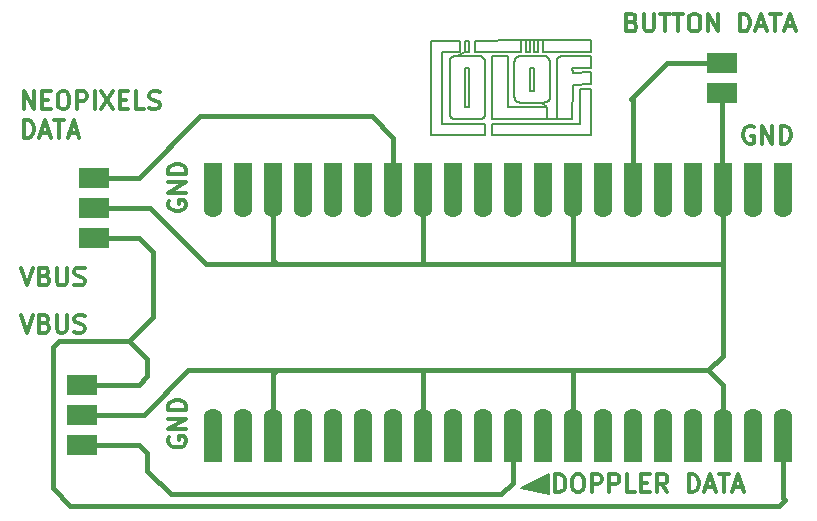
<source format=gbr>
%TF.GenerationSoftware,KiCad,Pcbnew,9.0.1*%
%TF.CreationDate,2025-05-17T15:04:06+00:00*%
%TF.ProjectId,Final_RPPSecondAttempt,46696e61-6c5f-4525-9050-5365636f6e64,rev?*%
%TF.SameCoordinates,Original*%
%TF.FileFunction,Copper,L1,Top*%
%TF.FilePolarity,Positive*%
%FSLAX46Y46*%
G04 Gerber Fmt 4.6, Leading zero omitted, Abs format (unit mm)*
G04 Created by KiCad (PCBNEW 9.0.1) date 2025-05-17 15:04:06*
%MOMM*%
%LPD*%
G01*
G04 APERTURE LIST*
%TA.AperFunction,NonConductor*%
%ADD10C,0.200000*%
%TD*%
%ADD11C,0.200000*%
%ADD12C,0.300000*%
%TA.AperFunction,NonConductor*%
%ADD13C,0.300000*%
%TD*%
%TA.AperFunction,SMDPad,CuDef*%
%ADD14R,2.500000X1.700000*%
%TD*%
%TA.AperFunction,SMDPad,CuDef*%
%ADD15R,1.600000X3.810000*%
%TD*%
%TA.AperFunction,ComponentPad*%
%ADD16C,1.600000*%
%TD*%
%TA.AperFunction,Conductor*%
%ADD17C,0.400000*%
%TD*%
G04 APERTURE END LIST*
D10*
X140753490Y-67222152D02*
X140455840Y-67222900D01*
D11*
X141505190Y-68237374D02*
X141511562Y-68237364D01*
X141517894Y-68237334D01*
X141524134Y-68237284D01*
X141530335Y-68237215D01*
X141536447Y-68237126D01*
X141542519Y-68237019D01*
X141548506Y-68236892D01*
X141554454Y-68236746D01*
X141560318Y-68236583D01*
X141566145Y-68236400D01*
X141571889Y-68236200D01*
X141577597Y-68235981D01*
X141583225Y-68235745D01*
X141588818Y-68235490D01*
X141594332Y-68235219D01*
X141599811Y-68234929D01*
X141605215Y-68234624D01*
X141610584Y-68234300D01*
X141615879Y-68233961D01*
X141621140Y-68233604D01*
X141626330Y-68233231D01*
X141631486Y-68232841D01*
X141636572Y-68232436D01*
X141641626Y-68232014D01*
X141646611Y-68231577D01*
X141651564Y-68231123D01*
X141656451Y-68230655D01*
X141661307Y-68230169D01*
X141666097Y-68229670D01*
X141670857Y-68229154D01*
X141675553Y-68228625D01*
X141680219Y-68228079D01*
X141684824Y-68227520D01*
X141689398Y-68226944D01*
X141693913Y-68226356D01*
X141698398Y-68225752D01*
X141702825Y-68225135D01*
X141707223Y-68224502D01*
X141711564Y-68223856D01*
X141715877Y-68223195D01*
X141720134Y-68222522D01*
X141724363Y-68221833D01*
X141728538Y-68221133D01*
X141732686Y-68220417D01*
X141736781Y-68219690D01*
X141740849Y-68218947D01*
X141744865Y-68218193D01*
X141748855Y-68217424D01*
X141752794Y-68216644D01*
X141756708Y-68215849D01*
X141760572Y-68215043D01*
X141764411Y-68214222D01*
X141768202Y-68213391D01*
X141771968Y-68212545D01*
X141775688Y-68211689D01*
X141779382Y-68210818D01*
X141783031Y-68209937D01*
X141786656Y-68209042D01*
X141790236Y-68208137D01*
X141793792Y-68207217D01*
X141797305Y-68206287D01*
X141800795Y-68205344D01*
X141804242Y-68204390D01*
X141807666Y-68203423D01*
X141811049Y-68202446D01*
X141814409Y-68201455D01*
X141817729Y-68200455D01*
X141821026Y-68199441D01*
X141824284Y-68198418D01*
X141827520Y-68197381D01*
X141830718Y-68196336D01*
X141833894Y-68195276D01*
X141837033Y-68194207D01*
X141840150Y-68193125D01*
X141843231Y-68192034D01*
X141846290Y-68190930D01*
X141849315Y-68189817D01*
X141852318Y-68188690D01*
X141855287Y-68187555D01*
X141858235Y-68186406D01*
X141861150Y-68185249D01*
X141864044Y-68184078D01*
X141866905Y-68182900D01*
X141869747Y-68181707D01*
X141872556Y-68180507D01*
X141875346Y-68179293D01*
X141878104Y-68178071D01*
X141880843Y-68176835D01*
X141883552Y-68175592D01*
X141886241Y-68174335D01*
X141888901Y-68173070D01*
X141891541Y-68171791D01*
X141894153Y-68170505D01*
X141896746Y-68169205D01*
X141899311Y-68167897D01*
X141901858Y-68166577D01*
X141904377Y-68165247D01*
X141906877Y-68163905D01*
X141909351Y-68162555D01*
X141911807Y-68161191D01*
X141914237Y-68159819D01*
X141916649Y-68158434D01*
X141919035Y-68157041D01*
X141921404Y-68155635D01*
X141923748Y-68154220D01*
X141926075Y-68152793D01*
X141928378Y-68151356D01*
X141930663Y-68149907D01*
X141932925Y-68148449D01*
X141935169Y-68146979D01*
X141937392Y-68145499D01*
X141939596Y-68144007D01*
X141941779Y-68142505D01*
X141943945Y-68140991D01*
X141946089Y-68139468D01*
X141948217Y-68137932D01*
X141950323Y-68136386D01*
X141952413Y-68134828D01*
X141954482Y-68133260D01*
X141956535Y-68131679D01*
X141958568Y-68130089D01*
X141960585Y-68128486D01*
X141962582Y-68126873D01*
X141964563Y-68125247D01*
X141966526Y-68123611D01*
X141968472Y-68121962D01*
X141970400Y-68120303D01*
X141972311Y-68118631D01*
X141974205Y-68116948D01*
X141976083Y-68115252D01*
X141977943Y-68113545D01*
X141979788Y-68111826D01*
X141981615Y-68110095D01*
X141983427Y-68108352D01*
X141985222Y-68106597D01*
X141987002Y-68104829D01*
X141988766Y-68103049D01*
X141990513Y-68101256D01*
X141992246Y-68099451D01*
X141993962Y-68097633D01*
X141997349Y-68093959D01*
X142000675Y-68090232D01*
X142003942Y-68086453D01*
X142007149Y-68082620D01*
X142010297Y-68078733D01*
X142013388Y-68074790D01*
X142016421Y-68070790D01*
X142019398Y-68066732D01*
X142022319Y-68062616D01*
X142025185Y-68058439D01*
X142027995Y-68054201D01*
X142030751Y-68049901D01*
X142033453Y-68045537D01*
X142036101Y-68041108D01*
X142038696Y-68036612D01*
X142041237Y-68032048D01*
X142043726Y-68027415D01*
X142046161Y-68022711D01*
X142048544Y-68017935D01*
X142050875Y-68013085D01*
X142053153Y-68008158D01*
X142055379Y-68003155D01*
X142057552Y-67998072D01*
X142059673Y-67992908D01*
X142061742Y-67987661D01*
X142063758Y-67982330D01*
X142065721Y-67976911D01*
X142067632Y-67971404D01*
X142069489Y-67965806D01*
X142071292Y-67960114D01*
X142073042Y-67954327D01*
X142074738Y-67948443D01*
X142076379Y-67942459D01*
X142077966Y-67936372D01*
X142079496Y-67930180D01*
X142080972Y-67923881D01*
X142082390Y-67917471D01*
X142083752Y-67910948D01*
X142085056Y-67904310D01*
X142086302Y-67897553D01*
X142087488Y-67890674D01*
X142088615Y-67883670D01*
X142089682Y-67876538D01*
X142090687Y-67869275D01*
X142091630Y-67861876D01*
X142092511Y-67854340D01*
X142093327Y-67846660D01*
X142094078Y-67838835D01*
X142094763Y-67830860D01*
X142095381Y-67822731D01*
X142095930Y-67814443D01*
X142096410Y-67805992D01*
X142096820Y-67797374D01*
X142097158Y-67788584D01*
X142097422Y-67779615D01*
X142097612Y-67770465D01*
X142097725Y-67761126D01*
X142097760Y-67753537D01*
D10*
X139106920Y-63378671D02*
X139106920Y-67736322D01*
D11*
X144600280Y-66321259D02*
X144600290Y-66325181D01*
X144600320Y-66329088D01*
X144600370Y-66332965D01*
X144600439Y-66336827D01*
X144600528Y-66340658D01*
X144600637Y-66344475D01*
X144600765Y-66348262D01*
X144600913Y-66352034D01*
X144601079Y-66355778D01*
X144601265Y-66359506D01*
X144601469Y-66363206D01*
X144601693Y-66366891D01*
X144601935Y-66370548D01*
X144602196Y-66374191D01*
X144602475Y-66377805D01*
X144602773Y-66381406D01*
X144603089Y-66384979D01*
X144603424Y-66388537D01*
X144603776Y-66392069D01*
X144604147Y-66395587D01*
X144604535Y-66399078D01*
X144604942Y-66402555D01*
X144605366Y-66406006D01*
X144605809Y-66409443D01*
X144606268Y-66412854D01*
X144606746Y-66416251D01*
X144607240Y-66419624D01*
X144607752Y-66422982D01*
X144608281Y-66426316D01*
X144608829Y-66429635D01*
X144609392Y-66432931D01*
X144609973Y-66436213D01*
X144610571Y-66439471D01*
X144611186Y-66442715D01*
X144611817Y-66445936D01*
X144612466Y-66449143D01*
X144613131Y-66452327D01*
X144613813Y-66455498D01*
X144614511Y-66458646D01*
X144615226Y-66461780D01*
X144615957Y-66464893D01*
X144616705Y-66467992D01*
X144617469Y-66471069D01*
X144618250Y-66474133D01*
X144619046Y-66477175D01*
X144619859Y-66480204D01*
X144620688Y-66483212D01*
X144621533Y-66486207D01*
X144622394Y-66489182D01*
X144623271Y-66492143D01*
X144624164Y-66495084D01*
X144625073Y-66498012D01*
X144625997Y-66500920D01*
X144626938Y-66503815D01*
X144627894Y-66506691D01*
X144628867Y-66509554D01*
X144629854Y-66512397D01*
X144630858Y-66515228D01*
X144631876Y-66518040D01*
X144632911Y-66520839D01*
X144633961Y-66523620D01*
X144635027Y-66526388D01*
X144636108Y-66529138D01*
X144637205Y-66531875D01*
X144638317Y-66534595D01*
X144639445Y-66537301D01*
X144640587Y-66539991D01*
X144641746Y-66542668D01*
X144642920Y-66545328D01*
X144644109Y-66547975D01*
X144645313Y-66550606D01*
X144646534Y-66553224D01*
X144647769Y-66555826D01*
X144649020Y-66558415D01*
X144650285Y-66560989D01*
X144651567Y-66563550D01*
X144652863Y-66566095D01*
X144654176Y-66568628D01*
X144655503Y-66571145D01*
X144656846Y-66573650D01*
X144658203Y-66576140D01*
X144659577Y-66578618D01*
X144660965Y-66581081D01*
X144662370Y-66583531D01*
X144663789Y-66585967D01*
X144665224Y-66588391D01*
X144666674Y-66590800D01*
X144668140Y-66593198D01*
X144669621Y-66595581D01*
X144671118Y-66597952D01*
X144672630Y-66600310D01*
X144674158Y-66602655D01*
X144675701Y-66604987D01*
X144677259Y-66607307D01*
X144678834Y-66609613D01*
X144680424Y-66611908D01*
X144682029Y-66614189D01*
X144683651Y-66616459D01*
X144685288Y-66618716D01*
X144686940Y-66620960D01*
X144688609Y-66623192D01*
X144690293Y-66625412D01*
X144693710Y-66629816D01*
X144697190Y-66634172D01*
X144700735Y-66638480D01*
X144704344Y-66642740D01*
X144708019Y-66646954D01*
X144711759Y-66651121D01*
X144715565Y-66655242D01*
X144719438Y-66659317D01*
X144723378Y-66663347D01*
X144727386Y-66667331D01*
X144731462Y-66671270D01*
X144735606Y-66675165D01*
X144739821Y-66679015D01*
X144744105Y-66682821D01*
X144748461Y-66686583D01*
X144752887Y-66690300D01*
X144757387Y-66693974D01*
X144761959Y-66697604D01*
X144766605Y-66701191D01*
X144771325Y-66704734D01*
X144776121Y-66708233D01*
X144780993Y-66711689D01*
X144785943Y-66715101D01*
X144790970Y-66718470D01*
X144796076Y-66721795D01*
X144801262Y-66725077D01*
X144806528Y-66728315D01*
X144811876Y-66731509D01*
X144817307Y-66734659D01*
X144822821Y-66737765D01*
X144828420Y-66740827D01*
X144834105Y-66743844D01*
X144839876Y-66746816D01*
X144845735Y-66749744D01*
X144851683Y-66752626D01*
X144857721Y-66755463D01*
X144863849Y-66758254D01*
X144870070Y-66761000D01*
X144876384Y-66763698D01*
X144882793Y-66766350D01*
X144889297Y-66768955D01*
X144895898Y-66771512D01*
X144902596Y-66774021D01*
X144909394Y-66776482D01*
X144916293Y-66778894D01*
X144923293Y-66781256D01*
X144930396Y-66783569D01*
X144937603Y-66785831D01*
X144944916Y-66788043D01*
X144952335Y-66790203D01*
X144959863Y-66792311D01*
X144967500Y-66794366D01*
X144975247Y-66796369D01*
X144983107Y-66798317D01*
X144991081Y-66800211D01*
X144999169Y-66802050D01*
X145007373Y-66803833D01*
X145015695Y-66805560D01*
X145024136Y-66807229D01*
X145032698Y-66808841D01*
X145041381Y-66810394D01*
X145050188Y-66811887D01*
X145059119Y-66813321D01*
X145068177Y-66814693D01*
X145077363Y-66816004D01*
X145086678Y-66817252D01*
X145096123Y-66818437D01*
X145105701Y-66819558D01*
X145115413Y-66820614D01*
X145125260Y-66821603D01*
X145135244Y-66822526D01*
X145145367Y-66823381D01*
X145155629Y-66824168D01*
X145166033Y-66824885D01*
X145176581Y-66825532D01*
X145187273Y-66826107D01*
X145198112Y-66826610D01*
X145209098Y-66827039D01*
X145220235Y-66827394D01*
X145231522Y-66827673D01*
X145242963Y-66827877D01*
X145254559Y-66828002D01*
X145266310Y-66828050D01*
X145267460Y-66828050D01*
D10*
X148170930Y-63378556D02*
X148170930Y-68240362D01*
X138498120Y-68600454D02*
X138498120Y-63984191D01*
X151108110Y-64265282D02*
X149523020Y-64281102D01*
X142684720Y-68234884D02*
X147335650Y-68234874D01*
X151111540Y-65711429D02*
X151103540Y-69545337D01*
X146594360Y-62530254D02*
X146594350Y-61564485D01*
X145944530Y-62532993D02*
X145944520Y-61564479D01*
X151102110Y-62864634D02*
X148838090Y-62858934D01*
D11*
X148838090Y-62858934D02*
X148832408Y-62858930D01*
X148826750Y-62858946D01*
X148821137Y-62858982D01*
X148815547Y-62859037D01*
X148810003Y-62859113D01*
X148804482Y-62859207D01*
X148799005Y-62859322D01*
X148793551Y-62859455D01*
X148788141Y-62859608D01*
X148782755Y-62859780D01*
X148777412Y-62859971D01*
X148772092Y-62860181D01*
X148766815Y-62860409D01*
X148761561Y-62860656D01*
X148756349Y-62860921D01*
X148751160Y-62861205D01*
X148746014Y-62861507D01*
X148740889Y-62861828D01*
X148735807Y-62862166D01*
X148730747Y-62862523D01*
X148725728Y-62862896D01*
X148720732Y-62863289D01*
X148715776Y-62863698D01*
X148710843Y-62864125D01*
X148705950Y-62864569D01*
X148701079Y-62865031D01*
X148696248Y-62865509D01*
X148691439Y-62866006D01*
X148686669Y-62866518D01*
X148681921Y-62867048D01*
X148677213Y-62867594D01*
X148672525Y-62868157D01*
X148667877Y-62868736D01*
X148663250Y-62869333D01*
X148658661Y-62869945D01*
X148654093Y-62870574D01*
X148649564Y-62871218D01*
X148645055Y-62871879D01*
X148640584Y-62872555D01*
X148636134Y-62873248D01*
X148631721Y-62873956D01*
X148627329Y-62874681D01*
X148622973Y-62875419D01*
X148618638Y-62876175D01*
X148614339Y-62876944D01*
X148610061Y-62877731D01*
X148605818Y-62878531D01*
X148601596Y-62879347D01*
X148597409Y-62880177D01*
X148593243Y-62881024D01*
X148589111Y-62881884D01*
X148585000Y-62882760D01*
X148580923Y-62883649D01*
X148576866Y-62884554D01*
X148572843Y-62885472D01*
X148568840Y-62886407D01*
X148564870Y-62887354D01*
X148560921Y-62888316D01*
X148557004Y-62889292D01*
X148553108Y-62890283D01*
X148549244Y-62891286D01*
X148545399Y-62892305D01*
X148541587Y-62893336D01*
X148537795Y-62894382D01*
X148534034Y-62895441D01*
X148530292Y-62896515D01*
X148526583Y-62897600D01*
X148522892Y-62898701D01*
X148519232Y-62899813D01*
X148515592Y-62900941D01*
X148511982Y-62902080D01*
X148508391Y-62903234D01*
X148504831Y-62904399D01*
X148501289Y-62905580D01*
X148497777Y-62906771D01*
X148494284Y-62907977D01*
X148490820Y-62909194D01*
X148487375Y-62910426D01*
X148483960Y-62911668D01*
X148480562Y-62912926D01*
X148477193Y-62914193D01*
X148473843Y-62915476D01*
X148470521Y-62916769D01*
X148467217Y-62918076D01*
X148463942Y-62919394D01*
X148460684Y-62920726D01*
X148457454Y-62922068D01*
X148454242Y-62923425D01*
X148451057Y-62924792D01*
X148447890Y-62926173D01*
X148444750Y-62927564D01*
X148441628Y-62928969D01*
X148438532Y-62930384D01*
X148435454Y-62931813D01*
X148432402Y-62933252D01*
X148429367Y-62934704D01*
X148426358Y-62936167D01*
X148423367Y-62937643D01*
X148420401Y-62939130D01*
X148417453Y-62940629D01*
X148414530Y-62942139D01*
X148411623Y-62943662D01*
X148408742Y-62945195D01*
X148405878Y-62946741D01*
X148403038Y-62948297D01*
X148400215Y-62949867D01*
X148397416Y-62951445D01*
X148394634Y-62953038D01*
X148391876Y-62954640D01*
X148389135Y-62956255D01*
X148386417Y-62957879D01*
X148383715Y-62959517D01*
X148381037Y-62961165D01*
X148378376Y-62962825D01*
X148375737Y-62964495D01*
X148373115Y-62966178D01*
X148370515Y-62967871D01*
X148367932Y-62969576D01*
X148365371Y-62971292D01*
X148362826Y-62973020D01*
X148360304Y-62974757D01*
X148357797Y-62976508D01*
X148355312Y-62978268D01*
X148352843Y-62980040D01*
X148350396Y-62981823D01*
X148347965Y-62983618D01*
X148345554Y-62985423D01*
X148343160Y-62987240D01*
X148340786Y-62989067D01*
X148338429Y-62990907D01*
X148336092Y-62992756D01*
X148333771Y-62994618D01*
X148331470Y-62996490D01*
X148329185Y-62998375D01*
X148326919Y-63000269D01*
X148324670Y-63002176D01*
X148322440Y-63004093D01*
X148320226Y-63006022D01*
X148318031Y-63007961D01*
X148315853Y-63009913D01*
X148313693Y-63011874D01*
X148311549Y-63013848D01*
X148309423Y-63015833D01*
X148307314Y-63017829D01*
X148305223Y-63019836D01*
X148303148Y-63021856D01*
X148301090Y-63023886D01*
X148299049Y-63025928D01*
X148297026Y-63027980D01*
X148295019Y-63030045D01*
X148293029Y-63032121D01*
X148291055Y-63034208D01*
X148289098Y-63036307D01*
X148287158Y-63038418D01*
X148285234Y-63040540D01*
X148283326Y-63042673D01*
X148281436Y-63044819D01*
X148279561Y-63046976D01*
X148277703Y-63049144D01*
X148275861Y-63051325D01*
X148274035Y-63053517D01*
X148272225Y-63055721D01*
X148270432Y-63057937D01*
X148268654Y-63060165D01*
X148266893Y-63062405D01*
X148265147Y-63064657D01*
X148261705Y-63069197D01*
X148258325Y-63073786D01*
X148255009Y-63078423D01*
X148251756Y-63083110D01*
X148248566Y-63087847D01*
X148245439Y-63092634D01*
X148242373Y-63097471D01*
X148239371Y-63102360D01*
X148236430Y-63107301D01*
X148233552Y-63112293D01*
X148230735Y-63117339D01*
X148227980Y-63122437D01*
X148225288Y-63127590D01*
X148222657Y-63132797D01*
X148220088Y-63138058D01*
X148217581Y-63143376D01*
X148215136Y-63148749D01*
X148212754Y-63154179D01*
X148210433Y-63159666D01*
X148208175Y-63165212D01*
X148205980Y-63170816D01*
X148203847Y-63176480D01*
X148201777Y-63182203D01*
X148199771Y-63187987D01*
X148197828Y-63193833D01*
X148195948Y-63199741D01*
X148194133Y-63205711D01*
X148192382Y-63211745D01*
X148190696Y-63217843D01*
X148189075Y-63224007D01*
X148187520Y-63230236D01*
X148186030Y-63236531D01*
X148184607Y-63242894D01*
X148183251Y-63249325D01*
X148181962Y-63255825D01*
X148180741Y-63262395D01*
X148179588Y-63269035D01*
X148178504Y-63275746D01*
X148177490Y-63282529D01*
X148176546Y-63289385D01*
X148175673Y-63296315D01*
X148174871Y-63303319D01*
X148174141Y-63310398D01*
X148173483Y-63317554D01*
X148172900Y-63324786D01*
X148172390Y-63332097D01*
X148171955Y-63339486D01*
X148171596Y-63346954D01*
X148171313Y-63354503D01*
X148171107Y-63362133D01*
X148170980Y-63369845D01*
X148170931Y-63377640D01*
X148170930Y-63378556D01*
D10*
X147500000Y-100000000D02*
X145166655Y-99416663D01*
X147500000Y-98249992D01*
X147500000Y-100000000D01*
%TA.AperFunction,NonConductor*%
G36*
X147500000Y-100000000D02*
G01*
X145166655Y-99416663D01*
X147500000Y-98249992D01*
X147500000Y-100000000D01*
G37*
%TD.AperFunction*%
X145788040Y-62533658D02*
X145944530Y-62532993D01*
X149523020Y-64281102D02*
X149505320Y-63898284D01*
X145947480Y-63885456D02*
X146248990Y-63885456D01*
X145944520Y-61564487D02*
X145140830Y-61564480D01*
X149523020Y-65307515D02*
X151108110Y-65291695D01*
X145140850Y-61568337D02*
X141229850Y-61570758D01*
X145617970Y-61564484D02*
X145617980Y-62533903D01*
X140455840Y-67222900D02*
X140442040Y-67208690D01*
X140442040Y-63898339D02*
X140454840Y-63885509D01*
X145617980Y-62533903D02*
X145788040Y-62533658D01*
X149505320Y-63898284D02*
X149518120Y-63885454D01*
X142702760Y-69556633D02*
X142702760Y-68602849D01*
X140775030Y-62526625D02*
X140775020Y-61570523D01*
X144019060Y-67214878D02*
X144019060Y-62859053D01*
X141229850Y-61570758D02*
X141229860Y-62527386D01*
X142097760Y-67753537D02*
X142102760Y-63378671D01*
X146269100Y-61564484D02*
X146269110Y-62531554D01*
X140433340Y-62525808D02*
X139774080Y-62859050D01*
X145947480Y-65808043D02*
X145934680Y-65795213D01*
X139978490Y-62525062D02*
X139978480Y-61569869D01*
X151108110Y-65291695D02*
X151108110Y-64265282D01*
X138497440Y-62522162D02*
X139978490Y-62525062D01*
X139819990Y-68237374D02*
X141505190Y-68237374D01*
X142072070Y-68600454D02*
X138498120Y-68600454D01*
X147596120Y-66321249D02*
X147596120Y-63378674D01*
X140433330Y-61570093D02*
X140433340Y-62525808D01*
X140442040Y-67208690D02*
X140442040Y-63898339D01*
X142684720Y-62859053D02*
X142684720Y-68234884D01*
X146261790Y-65795213D02*
X146248990Y-65808043D01*
X144019060Y-62859053D02*
X142684720Y-62859053D01*
X140775020Y-61570523D02*
X140433330Y-61570093D01*
X151093520Y-62535643D02*
X151101520Y-61564478D01*
X145934680Y-65795213D02*
X145934680Y-63898286D01*
X147335650Y-68234874D02*
X148170930Y-68240362D01*
X141229860Y-62527386D02*
X145145850Y-62522186D01*
X142702760Y-68602849D02*
X150126230Y-68597149D01*
X137513900Y-61583433D02*
X137502000Y-64001400D01*
X151101520Y-61564478D02*
X146594350Y-61564485D01*
X150126230Y-65711429D02*
X151111540Y-65711429D01*
D11*
X142102760Y-63378671D02*
X142102756Y-63374681D01*
X142102731Y-63370706D01*
X142102687Y-63366762D01*
X142102623Y-63362832D01*
X142102539Y-63358933D01*
X142102436Y-63355048D01*
X142102314Y-63351193D01*
X142102172Y-63347352D01*
X142102011Y-63343541D01*
X142101830Y-63339744D01*
X142101631Y-63335976D01*
X142101413Y-63332222D01*
X142101176Y-63328497D01*
X142100920Y-63324786D01*
X142100646Y-63321102D01*
X142100353Y-63317434D01*
X142100042Y-63313792D01*
X142099712Y-63310165D01*
X142099364Y-63306565D01*
X142098998Y-63302979D01*
X142098614Y-63299419D01*
X142098212Y-63295874D01*
X142097793Y-63292355D01*
X142097355Y-63288850D01*
X142096900Y-63285370D01*
X142096426Y-63281905D01*
X142095936Y-63278464D01*
X142095428Y-63275038D01*
X142094903Y-63271636D01*
X142094361Y-63268249D01*
X142093801Y-63264885D01*
X142093224Y-63261536D01*
X142092631Y-63258211D01*
X142092019Y-63254899D01*
X142091392Y-63251611D01*
X142090747Y-63248336D01*
X142090086Y-63245085D01*
X142089407Y-63241847D01*
X142088713Y-63238632D01*
X142088001Y-63235431D01*
X142087274Y-63232252D01*
X142086529Y-63229087D01*
X142085769Y-63225943D01*
X142084992Y-63222813D01*
X142084199Y-63219705D01*
X142083389Y-63216610D01*
X142082564Y-63213536D01*
X142081722Y-63210475D01*
X142080864Y-63207436D01*
X142079990Y-63204409D01*
X142079101Y-63201403D01*
X142078195Y-63198410D01*
X142077274Y-63195438D01*
X142076336Y-63192478D01*
X142075383Y-63189538D01*
X142074414Y-63186612D01*
X142073430Y-63183704D01*
X142072429Y-63180810D01*
X142071413Y-63177935D01*
X142070381Y-63175072D01*
X142069335Y-63172229D01*
X142068271Y-63169398D01*
X142067194Y-63166585D01*
X142066100Y-63163786D01*
X142064991Y-63161004D01*
X142063866Y-63158235D01*
X142062727Y-63155484D01*
X142061571Y-63152746D01*
X142060401Y-63150025D01*
X142059214Y-63147316D01*
X142058013Y-63144625D01*
X142056796Y-63141947D01*
X142055564Y-63139285D01*
X142054316Y-63136635D01*
X142053054Y-63134002D01*
X142051776Y-63131382D01*
X142050483Y-63128778D01*
X142049174Y-63126186D01*
X142047851Y-63123610D01*
X142046512Y-63121046D01*
X142045158Y-63118498D01*
X142043788Y-63115963D01*
X142042403Y-63113442D01*
X142041003Y-63110935D01*
X142039588Y-63108441D01*
X142038157Y-63105961D01*
X142036711Y-63103495D01*
X142035250Y-63101041D01*
X142033773Y-63098602D01*
X142032281Y-63096175D01*
X142030774Y-63093762D01*
X142029251Y-63091362D01*
X142027713Y-63088975D01*
X142026159Y-63086600D01*
X142024591Y-63084240D01*
X142023006Y-63081891D01*
X142021406Y-63079556D01*
X142019791Y-63077233D01*
X142018160Y-63074923D01*
X142016513Y-63072625D01*
X142014851Y-63070341D01*
X142013173Y-63068068D01*
X142011480Y-63065808D01*
X142009771Y-63063560D01*
X142006305Y-63059102D01*
X142002776Y-63054692D01*
X141999183Y-63050331D01*
X141995526Y-63046018D01*
X141991804Y-63041753D01*
X141988018Y-63037534D01*
X141984166Y-63033363D01*
X141980248Y-63029238D01*
X141976264Y-63025160D01*
X141972213Y-63021128D01*
X141968095Y-63017141D01*
X141963908Y-63013200D01*
X141959653Y-63009304D01*
X141955329Y-63005454D01*
X141950934Y-63001648D01*
X141946470Y-62997888D01*
X141941934Y-62994172D01*
X141937326Y-62990500D01*
X141932646Y-62986873D01*
X141927892Y-62983291D01*
X141923064Y-62979753D01*
X141918161Y-62976259D01*
X141913183Y-62972810D01*
X141908128Y-62969405D01*
X141902995Y-62966045D01*
X141897785Y-62962729D01*
X141892495Y-62959457D01*
X141887126Y-62956231D01*
X141881675Y-62953049D01*
X141876143Y-62949913D01*
X141870528Y-62946821D01*
X141864829Y-62943775D01*
X141859046Y-62940774D01*
X141853177Y-62937819D01*
X141847221Y-62934911D01*
X141841177Y-62932048D01*
X141835045Y-62929232D01*
X141828823Y-62926464D01*
X141822511Y-62923742D01*
X141816106Y-62921068D01*
X141809608Y-62918442D01*
X141803016Y-62915865D01*
X141796329Y-62913336D01*
X141789546Y-62910856D01*
X141782665Y-62908426D01*
X141775685Y-62906047D01*
X141768606Y-62903718D01*
X141761425Y-62901440D01*
X141754143Y-62899213D01*
X141746757Y-62897039D01*
X141739266Y-62894918D01*
X141731669Y-62892850D01*
X141723966Y-62890836D01*
X141716154Y-62888876D01*
X141708232Y-62886972D01*
X141700200Y-62885123D01*
X141692055Y-62883331D01*
X141683797Y-62881596D01*
X141675424Y-62879919D01*
X141666936Y-62878300D01*
X141658330Y-62876740D01*
X141649605Y-62875240D01*
X141640760Y-62873802D01*
X141631794Y-62872424D01*
X141622705Y-62871109D01*
X141613492Y-62869857D01*
X141604153Y-62868668D01*
X141594688Y-62867545D01*
X141585094Y-62866487D01*
X141575371Y-62865495D01*
X141565517Y-62864570D01*
X141555530Y-62863714D01*
X141545410Y-62862926D01*
X141535154Y-62862209D01*
X141524761Y-62861562D01*
X141514230Y-62860987D01*
X141503560Y-62860485D01*
X141492749Y-62860056D01*
X141481795Y-62859702D01*
X141470697Y-62859423D01*
X141459453Y-62859221D01*
X141448063Y-62859096D01*
X141436524Y-62859050D01*
X141435590Y-62859050D01*
D10*
X138498120Y-63984191D02*
X138497440Y-63984191D01*
X144600280Y-63378674D02*
X144600280Y-66321259D01*
X140766290Y-67209332D02*
X140753490Y-67222152D01*
X149518120Y-63885454D02*
X151113310Y-63885454D01*
X146594350Y-61564489D02*
X145944520Y-61564479D01*
D11*
X139774080Y-62859050D02*
X139768267Y-62859060D01*
X139762480Y-62859090D01*
X139756742Y-62859140D01*
X139751030Y-62859209D01*
X139745367Y-62859298D01*
X139739729Y-62859407D01*
X139734139Y-62859535D01*
X139728575Y-62859682D01*
X139723058Y-62859848D01*
X139717566Y-62860033D01*
X139712122Y-62860236D01*
X139706702Y-62860459D01*
X139701329Y-62860700D01*
X139695980Y-62860960D01*
X139690678Y-62861238D01*
X139685400Y-62861534D01*
X139680168Y-62861848D01*
X139674960Y-62862180D01*
X139669797Y-62862530D01*
X139664657Y-62862898D01*
X139659563Y-62863283D01*
X139654492Y-62863686D01*
X139649465Y-62864106D01*
X139644462Y-62864544D01*
X139639502Y-62864998D01*
X139634565Y-62865471D01*
X139629672Y-62865959D01*
X139624801Y-62866465D01*
X139619974Y-62866987D01*
X139615169Y-62867526D01*
X139610406Y-62868081D01*
X139605665Y-62868654D01*
X139600967Y-62869241D01*
X139596290Y-62869846D01*
X139591655Y-62870466D01*
X139587042Y-62871103D01*
X139582470Y-62871754D01*
X139577919Y-62872423D01*
X139573409Y-62873106D01*
X139568920Y-62873806D01*
X139564471Y-62874520D01*
X139560044Y-62875251D01*
X139555656Y-62875996D01*
X139551289Y-62876757D01*
X139546961Y-62877532D01*
X139542654Y-62878324D01*
X139538385Y-62879129D01*
X139534137Y-62879950D01*
X139529927Y-62880784D01*
X139525738Y-62881635D01*
X139521585Y-62882499D01*
X139517454Y-62883378D01*
X139513359Y-62884271D01*
X139509285Y-62885179D01*
X139505247Y-62886100D01*
X139501229Y-62887037D01*
X139497247Y-62887985D01*
X139493285Y-62888950D01*
X139489359Y-62889927D01*
X139485452Y-62890919D01*
X139481580Y-62891924D01*
X139477728Y-62892943D01*
X139473910Y-62893975D01*
X139470112Y-62895022D01*
X139466348Y-62896080D01*
X139462603Y-62897153D01*
X139458892Y-62898238D01*
X139455200Y-62899338D01*
X139451541Y-62900449D01*
X139447901Y-62901576D01*
X139444294Y-62902713D01*
X139440705Y-62903865D01*
X139437149Y-62905028D01*
X139433611Y-62906205D01*
X139430105Y-62907394D01*
X139426618Y-62908597D01*
X139423162Y-62909810D01*
X139419725Y-62911039D01*
X139416318Y-62912277D01*
X139412929Y-62913530D01*
X139409571Y-62914794D01*
X139406231Y-62916071D01*
X139402921Y-62917359D01*
X139399629Y-62918662D01*
X139396366Y-62919974D01*
X139393122Y-62921300D01*
X139389906Y-62922637D01*
X139386709Y-62923987D01*
X139383539Y-62925347D01*
X139380388Y-62926722D01*
X139377264Y-62928106D01*
X139374159Y-62929504D01*
X139371081Y-62930911D01*
X139368020Y-62932333D01*
X139364987Y-62933764D01*
X139361971Y-62935209D01*
X139358982Y-62936663D01*
X139356010Y-62938131D01*
X139353065Y-62939608D01*
X139350137Y-62941099D01*
X139347235Y-62942600D01*
X139344350Y-62944114D01*
X139341490Y-62945637D01*
X139338648Y-62947174D01*
X139335831Y-62948719D01*
X139333031Y-62950279D01*
X139330255Y-62951847D01*
X139327496Y-62953429D01*
X139324762Y-62955021D01*
X139322045Y-62956625D01*
X139319351Y-62958239D01*
X139316675Y-62959865D01*
X139314021Y-62961502D01*
X139311385Y-62963151D01*
X139308771Y-62964809D01*
X139306175Y-62966481D01*
X139303601Y-62968161D01*
X139301043Y-62969855D01*
X139298508Y-62971558D01*
X139295990Y-62973274D01*
X139293493Y-62974999D01*
X139291013Y-62976737D01*
X139288555Y-62978484D01*
X139286113Y-62980244D01*
X139283692Y-62982014D01*
X139281288Y-62983796D01*
X139278905Y-62985588D01*
X139276538Y-62987392D01*
X139274191Y-62989206D01*
X139271861Y-62991033D01*
X139269551Y-62992869D01*
X139267258Y-62994718D01*
X139264984Y-62996576D01*
X139262727Y-62998448D01*
X139260489Y-63000328D01*
X139258267Y-63002222D01*
X139256064Y-63004125D01*
X139253878Y-63006041D01*
X139251711Y-63007966D01*
X139249560Y-63009905D01*
X139247427Y-63011853D01*
X139245311Y-63013813D01*
X139243213Y-63015784D01*
X139241131Y-63017767D01*
X139239067Y-63019761D01*
X139237019Y-63021767D01*
X139234989Y-63023783D01*
X139232975Y-63025812D01*
X139230979Y-63027851D01*
X139228998Y-63029903D01*
X139227035Y-63031965D01*
X139225088Y-63034040D01*
X139223159Y-63036126D01*
X139221244Y-63038224D01*
X139219347Y-63040333D01*
X139217466Y-63042454D01*
X139215602Y-63044587D01*
X139213753Y-63046732D01*
X139211921Y-63048888D01*
X139210105Y-63051057D01*
X139208305Y-63053237D01*
X139206521Y-63055429D01*
X139204753Y-63057634D01*
X139203001Y-63059850D01*
X139201265Y-63062079D01*
X139199544Y-63064320D01*
X139196151Y-63068839D01*
X139192820Y-63073407D01*
X139189553Y-63078025D01*
X139186347Y-63082693D01*
X139183204Y-63087413D01*
X139180122Y-63092184D01*
X139177102Y-63097007D01*
X139174144Y-63101882D01*
X139171247Y-63106811D01*
X139168411Y-63111794D01*
X139165636Y-63116830D01*
X139162923Y-63121922D01*
X139160270Y-63127070D01*
X139157679Y-63132273D01*
X139155149Y-63137534D01*
X139152679Y-63142852D01*
X139150271Y-63148229D01*
X139147925Y-63153665D01*
X139145639Y-63159161D01*
X139143415Y-63164717D01*
X139141253Y-63170334D01*
X139139153Y-63176014D01*
X139137115Y-63181756D01*
X139135139Y-63187563D01*
X139133226Y-63193433D01*
X139131376Y-63199369D01*
X139129589Y-63205372D01*
X139127866Y-63211441D01*
X139126207Y-63217578D01*
X139124612Y-63223784D01*
X139123082Y-63230060D01*
X139121617Y-63236406D01*
X139120218Y-63242823D01*
X139118886Y-63249313D01*
X139117620Y-63255876D01*
X139116421Y-63262514D01*
X139115290Y-63269226D01*
X139114228Y-63276015D01*
X139113234Y-63282880D01*
X139112311Y-63289824D01*
X139111457Y-63296847D01*
X139110675Y-63303949D01*
X139109964Y-63311133D01*
X139109326Y-63318399D01*
X139108761Y-63325748D01*
X139108270Y-63333180D01*
X139107853Y-63340698D01*
X139107512Y-63348302D01*
X139107248Y-63355993D01*
X139107060Y-63363772D01*
X139106951Y-63371640D01*
X139106920Y-63378671D01*
D10*
X147335650Y-68234874D02*
X147335650Y-67214878D01*
X150126230Y-68597149D02*
X150126230Y-65711429D01*
D11*
X139106920Y-67736322D02*
X139106930Y-67739896D01*
X139106960Y-67743458D01*
X139107010Y-67746997D01*
X139107079Y-67750523D01*
X139107169Y-67754028D01*
X139107277Y-67757520D01*
X139107406Y-67760991D01*
X139107553Y-67764449D01*
X139107720Y-67767885D01*
X139107906Y-67771309D01*
X139108112Y-67774713D01*
X139108336Y-67778103D01*
X139108579Y-67781474D01*
X139108841Y-67784831D01*
X139109122Y-67788169D01*
X139109422Y-67791493D01*
X139109740Y-67794799D01*
X139110077Y-67798091D01*
X139110432Y-67801364D01*
X139110806Y-67804625D01*
X139111198Y-67807866D01*
X139111608Y-67811095D01*
X139112036Y-67814306D01*
X139112483Y-67817503D01*
X139112947Y-67820683D01*
X139113430Y-67823850D01*
X139113930Y-67826999D01*
X139114448Y-67830135D01*
X139114984Y-67833253D01*
X139115538Y-67836360D01*
X139116109Y-67839448D01*
X139116698Y-67842525D01*
X139117304Y-67845584D01*
X139117929Y-67848631D01*
X139118570Y-67851661D01*
X139119229Y-67854678D01*
X139119904Y-67857680D01*
X139120598Y-67860668D01*
X139121308Y-67863641D01*
X139122036Y-67866601D01*
X139122781Y-67869546D01*
X139123543Y-67872478D01*
X139124322Y-67875395D01*
X139125118Y-67878299D01*
X139125931Y-67881188D01*
X139126761Y-67884065D01*
X139127607Y-67886927D01*
X139128471Y-67889777D01*
X139129351Y-67892612D01*
X139130249Y-67895435D01*
X139131162Y-67898243D01*
X139132093Y-67901039D01*
X139133040Y-67903821D01*
X139134005Y-67906591D01*
X139134985Y-67909347D01*
X139135983Y-67912091D01*
X139136996Y-67914822D01*
X139138027Y-67917540D01*
X139139074Y-67920245D01*
X139140138Y-67922938D01*
X139141218Y-67925618D01*
X139142314Y-67928286D01*
X139143428Y-67930941D01*
X139144557Y-67933584D01*
X139145703Y-67936214D01*
X139146866Y-67938833D01*
X139148045Y-67941439D01*
X139149241Y-67944033D01*
X139150453Y-67946615D01*
X139151681Y-67949186D01*
X139152926Y-67951744D01*
X139154188Y-67954290D01*
X139155466Y-67956825D01*
X139156760Y-67959348D01*
X139158071Y-67961859D01*
X139159399Y-67964359D01*
X139160743Y-67966847D01*
X139162103Y-67969324D01*
X139163480Y-67971789D01*
X139164874Y-67974243D01*
X139167710Y-67979117D01*
X139170614Y-67983946D01*
X139173583Y-67988730D01*
X139176620Y-67993471D01*
X139179723Y-67998168D01*
X139182894Y-68002822D01*
X139186132Y-68007432D01*
X139189438Y-68012000D01*
X139192812Y-68016526D01*
X139196254Y-68021010D01*
X139199766Y-68025452D01*
X139203346Y-68029852D01*
X139206996Y-68034212D01*
X139210715Y-68038530D01*
X139214506Y-68042807D01*
X139218367Y-68047044D01*
X139222299Y-68051240D01*
X139226303Y-68055396D01*
X139230380Y-68059512D01*
X139234529Y-68063587D01*
X139238752Y-68067623D01*
X139243049Y-68071619D01*
X139247421Y-68075575D01*
X139251868Y-68079491D01*
X139256390Y-68083367D01*
X139260990Y-68087203D01*
X139265666Y-68091000D01*
X139270420Y-68094757D01*
X139275253Y-68098473D01*
X139280165Y-68102150D01*
X139285157Y-68105787D01*
X139290230Y-68109383D01*
X139295384Y-68112939D01*
X139300620Y-68116454D01*
X139305940Y-68119929D01*
X139311343Y-68123363D01*
X139316830Y-68126756D01*
X139322403Y-68130107D01*
X139328062Y-68133417D01*
X139333808Y-68136685D01*
X139339642Y-68139911D01*
X139345565Y-68143094D01*
X139351577Y-68146234D01*
X139357680Y-68149332D01*
X139363873Y-68152386D01*
X139370159Y-68155396D01*
X139376538Y-68158361D01*
X139383011Y-68161282D01*
X139389579Y-68164158D01*
X139396242Y-68166989D01*
X139403001Y-68169773D01*
X139409859Y-68172511D01*
X139416814Y-68175202D01*
X139423869Y-68177846D01*
X139431024Y-68180442D01*
X139438280Y-68182989D01*
X139445638Y-68185487D01*
X139453100Y-68187935D01*
X139460664Y-68190333D01*
X139468334Y-68192681D01*
X139476109Y-68194976D01*
X139483991Y-68197220D01*
X139491981Y-68199411D01*
X139500079Y-68201549D01*
X139508286Y-68203633D01*
X139516603Y-68205662D01*
X139525032Y-68207636D01*
X139533572Y-68209554D01*
X139542226Y-68211415D01*
X139550993Y-68213219D01*
X139559875Y-68214964D01*
X139568872Y-68216651D01*
X139577986Y-68218277D01*
X139587217Y-68219844D01*
X139596566Y-68221349D01*
X139606034Y-68222792D01*
X139615622Y-68224172D01*
X139625331Y-68225489D01*
X139635161Y-68226741D01*
X139645114Y-68227929D01*
X139655189Y-68229050D01*
X139665388Y-68230104D01*
X139675712Y-68231091D01*
X139686162Y-68232009D01*
X139696737Y-68232858D01*
X139707440Y-68233637D01*
X139718270Y-68234344D01*
X139729228Y-68234980D01*
X139740316Y-68235543D01*
X139751533Y-68236033D01*
X139762880Y-68236447D01*
X139774359Y-68236787D01*
X139785969Y-68237050D01*
X139797712Y-68237236D01*
X139809587Y-68237344D01*
X139819990Y-68237374D01*
D10*
X137518300Y-69564445D02*
X142072070Y-69548625D01*
X146928950Y-62859053D02*
X145267460Y-62859053D01*
X151103540Y-69545337D02*
X142702760Y-69556633D01*
X140454840Y-63885509D02*
X140756350Y-63885509D01*
X147049180Y-61564484D02*
X147049180Y-62528943D01*
X140769150Y-63898339D02*
X140766290Y-67209332D01*
X146269110Y-62531554D02*
X146594360Y-62530254D01*
X140756350Y-63885509D02*
X140769150Y-63898339D01*
D11*
X146928950Y-66828039D02*
X146934873Y-66828029D01*
X146940771Y-66827999D01*
X146946615Y-66827949D01*
X146952433Y-66827880D01*
X146958199Y-66827791D01*
X146963939Y-66827682D01*
X146969628Y-66827554D01*
X146975291Y-66827407D01*
X146980903Y-66827242D01*
X146986490Y-66827056D01*
X146992026Y-66826853D01*
X146997537Y-66826630D01*
X147002998Y-66826390D01*
X147008435Y-66826130D01*
X147013822Y-66825853D01*
X147019185Y-66825557D01*
X147024499Y-66825244D01*
X147029788Y-66824912D01*
X147035030Y-66824562D01*
X147040247Y-66824195D01*
X147045417Y-66823811D01*
X147050563Y-66823408D01*
X147055662Y-66822989D01*
X147060737Y-66822552D01*
X147065766Y-66822099D01*
X147070771Y-66821628D01*
X147075731Y-66821141D01*
X147080667Y-66820636D01*
X147085558Y-66820115D01*
X147090426Y-66819577D01*
X147095250Y-66819024D01*
X147100050Y-66818453D01*
X147104807Y-66817868D01*
X147109540Y-66817265D01*
X147114231Y-66816647D01*
X147118898Y-66816012D01*
X147123523Y-66815363D01*
X147128126Y-66814696D01*
X147132686Y-66814016D01*
X147137224Y-66813318D01*
X147141721Y-66812607D01*
X147146195Y-66811879D01*
X147150629Y-66811137D01*
X147155040Y-66810379D01*
X147159411Y-66809607D01*
X147163760Y-66808819D01*
X147168069Y-66808018D01*
X147172357Y-66807200D01*
X147176605Y-66806369D01*
X147180832Y-66805523D01*
X147185020Y-66804663D01*
X147189187Y-66803788D01*
X147193316Y-66802900D01*
X147197424Y-66801996D01*
X147201493Y-66801080D01*
X147205542Y-66800148D01*
X147209554Y-66799204D01*
X147213545Y-66798245D01*
X147217499Y-66797273D01*
X147221433Y-66796286D01*
X147225331Y-66795288D01*
X147229208Y-66794274D01*
X147233050Y-66793249D01*
X147236871Y-66792208D01*
X147240657Y-66791156D01*
X147244423Y-66790089D01*
X147248155Y-66789011D01*
X147251867Y-66787918D01*
X147255544Y-66786814D01*
X147259202Y-66785695D01*
X147262826Y-66784566D01*
X147266431Y-66783421D01*
X147270003Y-66782267D01*
X147273555Y-66781097D01*
X147277074Y-66779917D01*
X147280575Y-66778722D01*
X147284043Y-66777517D01*
X147287492Y-66776298D01*
X147290909Y-66775068D01*
X147294307Y-66773824D01*
X147297675Y-66772571D01*
X147301023Y-66771303D01*
X147304341Y-66770025D01*
X147307639Y-66768732D01*
X147310908Y-66767431D01*
X147314158Y-66766115D01*
X147317379Y-66764789D01*
X147320581Y-66763449D01*
X147323753Y-66762100D01*
X147326908Y-66760737D01*
X147330033Y-66759365D01*
X147333141Y-66757979D01*
X147336220Y-66756583D01*
X147339280Y-66755174D01*
X147342313Y-66753755D01*
X147345328Y-66752323D01*
X147348316Y-66750882D01*
X147351286Y-66749427D01*
X147354228Y-66747963D01*
X147357153Y-66746485D01*
X147360052Y-66744999D01*
X147362932Y-66743499D01*
X147365787Y-66741990D01*
X147368624Y-66740468D01*
X147371435Y-66738937D01*
X147374229Y-66737392D01*
X147376998Y-66735839D01*
X147379749Y-66734272D01*
X147382476Y-66732697D01*
X147385185Y-66731108D01*
X147387869Y-66729511D01*
X147390537Y-66727900D01*
X147393180Y-66726281D01*
X147395807Y-66724648D01*
X147398409Y-66723007D01*
X147400995Y-66721353D01*
X147403557Y-66719690D01*
X147406103Y-66718014D01*
X147408626Y-66716329D01*
X147411131Y-66714631D01*
X147413615Y-66712925D01*
X147416081Y-66711205D01*
X147418526Y-66709477D01*
X147420953Y-66707736D01*
X147423359Y-66705986D01*
X147425749Y-66704223D01*
X147428117Y-66702451D01*
X147430468Y-66700667D01*
X147432798Y-66698874D01*
X147435112Y-66697067D01*
X147437405Y-66695252D01*
X147439682Y-66693424D01*
X147441938Y-66691587D01*
X147444178Y-66689738D01*
X147446398Y-66687879D01*
X147448601Y-66686007D01*
X147450785Y-66684127D01*
X147452952Y-66682233D01*
X147455100Y-66680330D01*
X147457232Y-66678415D01*
X147459345Y-66676490D01*
X147461441Y-66674553D01*
X147463519Y-66672606D01*
X147465580Y-66670647D01*
X147467623Y-66668677D01*
X147469650Y-66666696D01*
X147471659Y-66664704D01*
X147473651Y-66662700D01*
X147475626Y-66660686D01*
X147477584Y-66658659D01*
X147479525Y-66656623D01*
X147481450Y-66654574D01*
X147483357Y-66652514D01*
X147485248Y-66650442D01*
X147487122Y-66648360D01*
X147488980Y-66646265D01*
X147490821Y-66644159D01*
X147492646Y-66642041D01*
X147494454Y-66639912D01*
X147496246Y-66637771D01*
X147498022Y-66635619D01*
X147499782Y-66633454D01*
X147501525Y-66631278D01*
X147503252Y-66629090D01*
X147504964Y-66626890D01*
X147506659Y-66624678D01*
X147508338Y-66622454D01*
X147510002Y-66620217D01*
X147513281Y-66615708D01*
X147516497Y-66611150D01*
X147519650Y-66606542D01*
X147522741Y-66601884D01*
X147525769Y-66597175D01*
X147528735Y-66592415D01*
X147531639Y-66587603D01*
X147534481Y-66582739D01*
X147537261Y-66577821D01*
X147539980Y-66572850D01*
X147542638Y-66567824D01*
X147545234Y-66562743D01*
X147547768Y-66557607D01*
X147550241Y-66552414D01*
X147552653Y-66547164D01*
X147555003Y-66541856D01*
X147557292Y-66536490D01*
X147559518Y-66531064D01*
X147561683Y-66525578D01*
X147563786Y-66520031D01*
X147565826Y-66514423D01*
X147567805Y-66508751D01*
X147569720Y-66503017D01*
X147571572Y-66497218D01*
X147573362Y-66491354D01*
X147575087Y-66485424D01*
X147576749Y-66479427D01*
X147578346Y-66473362D01*
X147579878Y-66467229D01*
X147581346Y-66461026D01*
X147582747Y-66454752D01*
X147584083Y-66448407D01*
X147585351Y-66441990D01*
X147586553Y-66435499D01*
X147587687Y-66428934D01*
X147588753Y-66422293D01*
X147589750Y-66415576D01*
X147590677Y-66408782D01*
X147591534Y-66401909D01*
X147592320Y-66394957D01*
X147593035Y-66387925D01*
X147593677Y-66380811D01*
X147594246Y-66373614D01*
X147594742Y-66366334D01*
X147595163Y-66358969D01*
X147595508Y-66351519D01*
X147595778Y-66343981D01*
X147595970Y-66336356D01*
X147596084Y-66328641D01*
X147596120Y-66321249D01*
D10*
X145267460Y-66828050D02*
X146928950Y-66828039D01*
X138497440Y-63984191D02*
X138497440Y-62522162D01*
X145934680Y-63898286D02*
X145947480Y-63885456D01*
X145145850Y-62522186D02*
X145140830Y-61564480D01*
X140433340Y-62525808D02*
X140775030Y-62526625D01*
X146248990Y-65808043D02*
X145947480Y-65808043D01*
X149480920Y-68240471D02*
X149523020Y-65307515D01*
X141435590Y-62859050D02*
X139774080Y-62859050D01*
X146248990Y-63885456D02*
X146261790Y-63898286D01*
X148170930Y-68240362D02*
X149480920Y-68240471D01*
X147335650Y-67214878D02*
X146928950Y-66828039D01*
D11*
X145267460Y-62859053D02*
X145261647Y-62859063D01*
X145255859Y-62859093D01*
X145250122Y-62859143D01*
X145244409Y-62859212D01*
X145238746Y-62859301D01*
X145233107Y-62859410D01*
X145227518Y-62859538D01*
X145221953Y-62859685D01*
X145216436Y-62859851D01*
X145210944Y-62860036D01*
X145205499Y-62860239D01*
X145200079Y-62860462D01*
X145194706Y-62860703D01*
X145189357Y-62860963D01*
X145184055Y-62861241D01*
X145178776Y-62861537D01*
X145173544Y-62861851D01*
X145168335Y-62862183D01*
X145163172Y-62862533D01*
X145158033Y-62862901D01*
X145152938Y-62863286D01*
X145147867Y-62863689D01*
X145142840Y-62864109D01*
X145137836Y-62864547D01*
X145132876Y-62865001D01*
X145127939Y-62865474D01*
X145123046Y-62865962D01*
X145118175Y-62866468D01*
X145113347Y-62866990D01*
X145108542Y-62867529D01*
X145103779Y-62868084D01*
X145099038Y-62868657D01*
X145094340Y-62869244D01*
X145089663Y-62869849D01*
X145085028Y-62870469D01*
X145080414Y-62871106D01*
X145075842Y-62871757D01*
X145071291Y-62872426D01*
X145066781Y-62873109D01*
X145062292Y-62873809D01*
X145057843Y-62874523D01*
X145053415Y-62875254D01*
X145049027Y-62875999D01*
X145044660Y-62876760D01*
X145040332Y-62877535D01*
X145036025Y-62878327D01*
X145031756Y-62879132D01*
X145027508Y-62879953D01*
X145023297Y-62880787D01*
X145019108Y-62881638D01*
X145014956Y-62882501D01*
X145010824Y-62883381D01*
X145006729Y-62884273D01*
X145002655Y-62885182D01*
X144998617Y-62886103D01*
X144994599Y-62887039D01*
X144990617Y-62887988D01*
X144986655Y-62888953D01*
X144982728Y-62889930D01*
X144978821Y-62890922D01*
X144974949Y-62891926D01*
X144971097Y-62892946D01*
X144967279Y-62893978D01*
X144963481Y-62895024D01*
X144959717Y-62896083D01*
X144955972Y-62897156D01*
X144952261Y-62898241D01*
X144948568Y-62899341D01*
X144944909Y-62900452D01*
X144941269Y-62901578D01*
X144937662Y-62902715D01*
X144934073Y-62903867D01*
X144930517Y-62905030D01*
X144926979Y-62906208D01*
X144923473Y-62907396D01*
X144919986Y-62908600D01*
X144916529Y-62909813D01*
X144913092Y-62911041D01*
X144909685Y-62912280D01*
X144906296Y-62913533D01*
X144902938Y-62914796D01*
X144899598Y-62916074D01*
X144896288Y-62917362D01*
X144892996Y-62918664D01*
X144889733Y-62919976D01*
X144886489Y-62921303D01*
X144883273Y-62922639D01*
X144880075Y-62923990D01*
X144876906Y-62925350D01*
X144873754Y-62926724D01*
X144870631Y-62928108D01*
X144867525Y-62929506D01*
X144864447Y-62930914D01*
X144861386Y-62932335D01*
X144858353Y-62933766D01*
X144855337Y-62935211D01*
X144852348Y-62936665D01*
X144849376Y-62938133D01*
X144846431Y-62939611D01*
X144843503Y-62941102D01*
X144840600Y-62942602D01*
X144837715Y-62944116D01*
X144834856Y-62945639D01*
X144832013Y-62947176D01*
X144829196Y-62948722D01*
X144826396Y-62950281D01*
X144823620Y-62951850D01*
X144820862Y-62953432D01*
X144818127Y-62955023D01*
X144815410Y-62956627D01*
X144812716Y-62958241D01*
X144810039Y-62959868D01*
X144807386Y-62961504D01*
X144804750Y-62963153D01*
X144802136Y-62964811D01*
X144799539Y-62966483D01*
X144796965Y-62968163D01*
X144794408Y-62969857D01*
X144791873Y-62971560D01*
X144789354Y-62973276D01*
X144786858Y-62975001D01*
X144784378Y-62976739D01*
X144781919Y-62978486D01*
X144779477Y-62980246D01*
X144777057Y-62982016D01*
X144774652Y-62983798D01*
X144772269Y-62985590D01*
X144769902Y-62987394D01*
X144767556Y-62989208D01*
X144765225Y-62991035D01*
X144762915Y-62992871D01*
X144760622Y-62994720D01*
X144758348Y-62996578D01*
X144756090Y-62998449D01*
X144753853Y-63000330D01*
X144751631Y-63002223D01*
X144749428Y-63004126D01*
X144747242Y-63006042D01*
X144745075Y-63007968D01*
X144742923Y-63009906D01*
X144740791Y-63011854D01*
X144738674Y-63013815D01*
X144736576Y-63015785D01*
X144734494Y-63017769D01*
X144732430Y-63019762D01*
X144730383Y-63021768D01*
X144728353Y-63023784D01*
X144726339Y-63025813D01*
X144724342Y-63027852D01*
X144722362Y-63029904D01*
X144720399Y-63031967D01*
X144718452Y-63034041D01*
X144716522Y-63036127D01*
X144714608Y-63038225D01*
X144712711Y-63040334D01*
X144710829Y-63042455D01*
X144708965Y-63044588D01*
X144707116Y-63046733D01*
X144705284Y-63048889D01*
X144703468Y-63051057D01*
X144701668Y-63053238D01*
X144699884Y-63055430D01*
X144698116Y-63057634D01*
X144696364Y-63059851D01*
X144694627Y-63062080D01*
X144692907Y-63064321D01*
X144689514Y-63068839D01*
X144686183Y-63073407D01*
X144682915Y-63078025D01*
X144679710Y-63082694D01*
X144676566Y-63087413D01*
X144673485Y-63092184D01*
X144670465Y-63097007D01*
X144667506Y-63101882D01*
X144664609Y-63106811D01*
X144661773Y-63111793D01*
X144658999Y-63116830D01*
X144656285Y-63121922D01*
X144653633Y-63127069D01*
X144651041Y-63132273D01*
X144648511Y-63137533D01*
X144646041Y-63142852D01*
X144643633Y-63148228D01*
X144641287Y-63153664D01*
X144639001Y-63159160D01*
X144636777Y-63164716D01*
X144634615Y-63170333D01*
X144632515Y-63176013D01*
X144630477Y-63181755D01*
X144628501Y-63187561D01*
X144626588Y-63193432D01*
X144624738Y-63199368D01*
X144622951Y-63205370D01*
X144621228Y-63211439D01*
X144619568Y-63217576D01*
X144617974Y-63223782D01*
X144616443Y-63230057D01*
X144614979Y-63236403D01*
X144613580Y-63242821D01*
X144612247Y-63249311D01*
X144610981Y-63255874D01*
X144609782Y-63262511D01*
X144608651Y-63269223D01*
X144607589Y-63276012D01*
X144606595Y-63282877D01*
X144605671Y-63289821D01*
X144604818Y-63296844D01*
X144604036Y-63303946D01*
X144603325Y-63311130D01*
X144602687Y-63318396D01*
X144602121Y-63325744D01*
X144601630Y-63333177D01*
X144601214Y-63340694D01*
X144600873Y-63348298D01*
X144600608Y-63355989D01*
X144600421Y-63363768D01*
X144600311Y-63371636D01*
X144600280Y-63378674D01*
D10*
X146261790Y-63898286D02*
X146261790Y-65795213D01*
X139978480Y-61569869D02*
X137513900Y-61583433D01*
X147335650Y-67214878D02*
X144019060Y-67214878D01*
D11*
X147596120Y-63378674D02*
X147596110Y-63374677D01*
X147596080Y-63370696D01*
X147596030Y-63366746D01*
X147595961Y-63362810D01*
X147595872Y-63358904D01*
X147595763Y-63355013D01*
X147595635Y-63351152D01*
X147595487Y-63347306D01*
X147595321Y-63343489D01*
X147595135Y-63339686D01*
X147594931Y-63335913D01*
X147594707Y-63332154D01*
X147594465Y-63328423D01*
X147594204Y-63324707D01*
X147593924Y-63321018D01*
X147593626Y-63317345D01*
X147593310Y-63313698D01*
X147592975Y-63310066D01*
X147592622Y-63306461D01*
X147592251Y-63302871D01*
X147591862Y-63299307D01*
X147591455Y-63295757D01*
X147591031Y-63292233D01*
X147590588Y-63288724D01*
X147590128Y-63285240D01*
X147589650Y-63281770D01*
X147589155Y-63278326D01*
X147588642Y-63274895D01*
X147588113Y-63271490D01*
X147587565Y-63268099D01*
X147587001Y-63264732D01*
X147586419Y-63261378D01*
X147585821Y-63258049D01*
X147585205Y-63254734D01*
X147584573Y-63251443D01*
X147583924Y-63248165D01*
X147583258Y-63244910D01*
X147582575Y-63241669D01*
X147581877Y-63238451D01*
X147581160Y-63235247D01*
X147580429Y-63232065D01*
X147579680Y-63228897D01*
X147578915Y-63225750D01*
X147578133Y-63222617D01*
X147577337Y-63219506D01*
X147576522Y-63216408D01*
X147575693Y-63213332D01*
X147574847Y-63210269D01*
X147573985Y-63207227D01*
X147573107Y-63204198D01*
X147572214Y-63201190D01*
X147571303Y-63198194D01*
X147570378Y-63195220D01*
X147569436Y-63192258D01*
X147568480Y-63189316D01*
X147567506Y-63186387D01*
X147566518Y-63183478D01*
X147565514Y-63180581D01*
X147564494Y-63177704D01*
X147563459Y-63174840D01*
X147562408Y-63171995D01*
X147561341Y-63169162D01*
X147560260Y-63166348D01*
X147559162Y-63163547D01*
X147558050Y-63160764D01*
X147556921Y-63157993D01*
X147555778Y-63155241D01*
X147554619Y-63152501D01*
X147553445Y-63149779D01*
X147552255Y-63147069D01*
X147551050Y-63144376D01*
X147549830Y-63141697D01*
X147548595Y-63139033D01*
X147547344Y-63136383D01*
X147546078Y-63133749D01*
X147544796Y-63131128D01*
X147543500Y-63128522D01*
X147542188Y-63125930D01*
X147540862Y-63123353D01*
X147539519Y-63120788D01*
X147538162Y-63118240D01*
X147536789Y-63115703D01*
X147535401Y-63113182D01*
X147533998Y-63110674D01*
X147532580Y-63108180D01*
X147531146Y-63105699D01*
X147529697Y-63103232D01*
X147528232Y-63100778D01*
X147526753Y-63098338D01*
X147525258Y-63095911D01*
X147523748Y-63093498D01*
X147522222Y-63091097D01*
X147520681Y-63088710D01*
X147519125Y-63086335D01*
X147517553Y-63083974D01*
X147515966Y-63081625D01*
X147514363Y-63079290D01*
X147512745Y-63076967D01*
X147511111Y-63074657D01*
X147509462Y-63072359D01*
X147507797Y-63070074D01*
X147506117Y-63067802D01*
X147504420Y-63065542D01*
X147502709Y-63063294D01*
X147499238Y-63058836D01*
X147495704Y-63054427D01*
X147492106Y-63050066D01*
X147488444Y-63045754D01*
X147484718Y-63041489D01*
X147480927Y-63037272D01*
X147477070Y-63033101D01*
X147473148Y-63028978D01*
X147469160Y-63024900D01*
X147465104Y-63020869D01*
X147460982Y-63016884D01*
X147456791Y-63012945D01*
X147452532Y-63009051D01*
X147448204Y-63005202D01*
X147443806Y-63001398D01*
X147439337Y-62997639D01*
X147434798Y-62993925D01*
X147430186Y-62990256D01*
X147425502Y-62986631D01*
X147420745Y-62983051D01*
X147415914Y-62979515D01*
X147411008Y-62976024D01*
X147406026Y-62972577D01*
X147400968Y-62969174D01*
X147395832Y-62965817D01*
X147390618Y-62962503D01*
X147385326Y-62959235D01*
X147379953Y-62956011D01*
X147374500Y-62952832D01*
X147368965Y-62949698D01*
X147363347Y-62946610D01*
X147357645Y-62943567D01*
X147351859Y-62940569D01*
X147345987Y-62937617D01*
X147340029Y-62934712D01*
X147333983Y-62931853D01*
X147327848Y-62929040D01*
X147321623Y-62926275D01*
X147315308Y-62923557D01*
X147308900Y-62920886D01*
X147302400Y-62918264D01*
X147295805Y-62915690D01*
X147289116Y-62913164D01*
X147282330Y-62910688D01*
X147275446Y-62908262D01*
X147268464Y-62905886D01*
X147261382Y-62903561D01*
X147254198Y-62901287D01*
X147246913Y-62899064D01*
X147239524Y-62896894D01*
X147232030Y-62894776D01*
X147224431Y-62892712D01*
X147216724Y-62890702D01*
X147208909Y-62888747D01*
X147200984Y-62886846D01*
X147192949Y-62885002D01*
X147184801Y-62883213D01*
X147176539Y-62881483D01*
X147168163Y-62879809D01*
X147159670Y-62878195D01*
X147151060Y-62876639D01*
X147142332Y-62875144D01*
X147133483Y-62873709D01*
X147124512Y-62872336D01*
X147115419Y-62871026D01*
X147106201Y-62869778D01*
X147096858Y-62868594D01*
X147087387Y-62867475D01*
X147077789Y-62866421D01*
X147068060Y-62865434D01*
X147058200Y-62864514D01*
X147048207Y-62863662D01*
X147038081Y-62862879D01*
X147027818Y-62862167D01*
X147017419Y-62861525D01*
X147006881Y-62860954D01*
X146996203Y-62860457D01*
X146985384Y-62860033D01*
X146974422Y-62859684D01*
X146963316Y-62859410D01*
X146952063Y-62859213D01*
X146940664Y-62859094D01*
X146929115Y-62859053D01*
X146928950Y-62859053D01*
D10*
X142072070Y-69548625D02*
X142072070Y-68600454D01*
X137502000Y-64001400D02*
X137500000Y-64000000D01*
X137500000Y-64000000D02*
X137518300Y-69564445D01*
X151113310Y-63885454D02*
X151102110Y-62864634D01*
X147049180Y-62528943D02*
X151093520Y-62535643D01*
D12*
D13*
X102840225Y-84800828D02*
X103340225Y-86300828D01*
X103340225Y-86300828D02*
X103840225Y-84800828D01*
X104840224Y-85515114D02*
X105054510Y-85586542D01*
X105054510Y-85586542D02*
X105125939Y-85657971D01*
X105125939Y-85657971D02*
X105197367Y-85800828D01*
X105197367Y-85800828D02*
X105197367Y-86015114D01*
X105197367Y-86015114D02*
X105125939Y-86157971D01*
X105125939Y-86157971D02*
X105054510Y-86229400D01*
X105054510Y-86229400D02*
X104911653Y-86300828D01*
X104911653Y-86300828D02*
X104340224Y-86300828D01*
X104340224Y-86300828D02*
X104340224Y-84800828D01*
X104340224Y-84800828D02*
X104840224Y-84800828D01*
X104840224Y-84800828D02*
X104983082Y-84872257D01*
X104983082Y-84872257D02*
X105054510Y-84943685D01*
X105054510Y-84943685D02*
X105125939Y-85086542D01*
X105125939Y-85086542D02*
X105125939Y-85229400D01*
X105125939Y-85229400D02*
X105054510Y-85372257D01*
X105054510Y-85372257D02*
X104983082Y-85443685D01*
X104983082Y-85443685D02*
X104840224Y-85515114D01*
X104840224Y-85515114D02*
X104340224Y-85515114D01*
X105840224Y-84800828D02*
X105840224Y-86015114D01*
X105840224Y-86015114D02*
X105911653Y-86157971D01*
X105911653Y-86157971D02*
X105983082Y-86229400D01*
X105983082Y-86229400D02*
X106125939Y-86300828D01*
X106125939Y-86300828D02*
X106411653Y-86300828D01*
X106411653Y-86300828D02*
X106554510Y-86229400D01*
X106554510Y-86229400D02*
X106625939Y-86157971D01*
X106625939Y-86157971D02*
X106697367Y-86015114D01*
X106697367Y-86015114D02*
X106697367Y-84800828D01*
X107340225Y-86229400D02*
X107554511Y-86300828D01*
X107554511Y-86300828D02*
X107911653Y-86300828D01*
X107911653Y-86300828D02*
X108054511Y-86229400D01*
X108054511Y-86229400D02*
X108125939Y-86157971D01*
X108125939Y-86157971D02*
X108197368Y-86015114D01*
X108197368Y-86015114D02*
X108197368Y-85872257D01*
X108197368Y-85872257D02*
X108125939Y-85729400D01*
X108125939Y-85729400D02*
X108054511Y-85657971D01*
X108054511Y-85657971D02*
X107911653Y-85586542D01*
X107911653Y-85586542D02*
X107625939Y-85515114D01*
X107625939Y-85515114D02*
X107483082Y-85443685D01*
X107483082Y-85443685D02*
X107411653Y-85372257D01*
X107411653Y-85372257D02*
X107340225Y-85229400D01*
X107340225Y-85229400D02*
X107340225Y-85086542D01*
X107340225Y-85086542D02*
X107411653Y-84943685D01*
X107411653Y-84943685D02*
X107483082Y-84872257D01*
X107483082Y-84872257D02*
X107625939Y-84800828D01*
X107625939Y-84800828D02*
X107983082Y-84800828D01*
X107983082Y-84800828D02*
X108197368Y-84872257D01*
D12*
D13*
X164840225Y-68872257D02*
X164697368Y-68800828D01*
X164697368Y-68800828D02*
X164483082Y-68800828D01*
X164483082Y-68800828D02*
X164268796Y-68872257D01*
X164268796Y-68872257D02*
X164125939Y-69015114D01*
X164125939Y-69015114D02*
X164054510Y-69157971D01*
X164054510Y-69157971D02*
X163983082Y-69443685D01*
X163983082Y-69443685D02*
X163983082Y-69657971D01*
X163983082Y-69657971D02*
X164054510Y-69943685D01*
X164054510Y-69943685D02*
X164125939Y-70086542D01*
X164125939Y-70086542D02*
X164268796Y-70229400D01*
X164268796Y-70229400D02*
X164483082Y-70300828D01*
X164483082Y-70300828D02*
X164625939Y-70300828D01*
X164625939Y-70300828D02*
X164840225Y-70229400D01*
X164840225Y-70229400D02*
X164911653Y-70157971D01*
X164911653Y-70157971D02*
X164911653Y-69657971D01*
X164911653Y-69657971D02*
X164625939Y-69657971D01*
X165554510Y-70300828D02*
X165554510Y-68800828D01*
X165554510Y-68800828D02*
X166411653Y-70300828D01*
X166411653Y-70300828D02*
X166411653Y-68800828D01*
X167125939Y-70300828D02*
X167125939Y-68800828D01*
X167125939Y-68800828D02*
X167483082Y-68800828D01*
X167483082Y-68800828D02*
X167697368Y-68872257D01*
X167697368Y-68872257D02*
X167840225Y-69015114D01*
X167840225Y-69015114D02*
X167911654Y-69157971D01*
X167911654Y-69157971D02*
X167983082Y-69443685D01*
X167983082Y-69443685D02*
X167983082Y-69657971D01*
X167983082Y-69657971D02*
X167911654Y-69943685D01*
X167911654Y-69943685D02*
X167840225Y-70086542D01*
X167840225Y-70086542D02*
X167697368Y-70229400D01*
X167697368Y-70229400D02*
X167483082Y-70300828D01*
X167483082Y-70300828D02*
X167125939Y-70300828D01*
D12*
D13*
X154554510Y-60015114D02*
X154768796Y-60086542D01*
X154768796Y-60086542D02*
X154840225Y-60157971D01*
X154840225Y-60157971D02*
X154911653Y-60300828D01*
X154911653Y-60300828D02*
X154911653Y-60515114D01*
X154911653Y-60515114D02*
X154840225Y-60657971D01*
X154840225Y-60657971D02*
X154768796Y-60729400D01*
X154768796Y-60729400D02*
X154625939Y-60800828D01*
X154625939Y-60800828D02*
X154054510Y-60800828D01*
X154054510Y-60800828D02*
X154054510Y-59300828D01*
X154054510Y-59300828D02*
X154554510Y-59300828D01*
X154554510Y-59300828D02*
X154697368Y-59372257D01*
X154697368Y-59372257D02*
X154768796Y-59443685D01*
X154768796Y-59443685D02*
X154840225Y-59586542D01*
X154840225Y-59586542D02*
X154840225Y-59729400D01*
X154840225Y-59729400D02*
X154768796Y-59872257D01*
X154768796Y-59872257D02*
X154697368Y-59943685D01*
X154697368Y-59943685D02*
X154554510Y-60015114D01*
X154554510Y-60015114D02*
X154054510Y-60015114D01*
X155554510Y-59300828D02*
X155554510Y-60515114D01*
X155554510Y-60515114D02*
X155625939Y-60657971D01*
X155625939Y-60657971D02*
X155697368Y-60729400D01*
X155697368Y-60729400D02*
X155840225Y-60800828D01*
X155840225Y-60800828D02*
X156125939Y-60800828D01*
X156125939Y-60800828D02*
X156268796Y-60729400D01*
X156268796Y-60729400D02*
X156340225Y-60657971D01*
X156340225Y-60657971D02*
X156411653Y-60515114D01*
X156411653Y-60515114D02*
X156411653Y-59300828D01*
X156911654Y-59300828D02*
X157768797Y-59300828D01*
X157340225Y-60800828D02*
X157340225Y-59300828D01*
X158054511Y-59300828D02*
X158911654Y-59300828D01*
X158483082Y-60800828D02*
X158483082Y-59300828D01*
X159697368Y-59300828D02*
X159983082Y-59300828D01*
X159983082Y-59300828D02*
X160125939Y-59372257D01*
X160125939Y-59372257D02*
X160268796Y-59515114D01*
X160268796Y-59515114D02*
X160340225Y-59800828D01*
X160340225Y-59800828D02*
X160340225Y-60300828D01*
X160340225Y-60300828D02*
X160268796Y-60586542D01*
X160268796Y-60586542D02*
X160125939Y-60729400D01*
X160125939Y-60729400D02*
X159983082Y-60800828D01*
X159983082Y-60800828D02*
X159697368Y-60800828D01*
X159697368Y-60800828D02*
X159554511Y-60729400D01*
X159554511Y-60729400D02*
X159411653Y-60586542D01*
X159411653Y-60586542D02*
X159340225Y-60300828D01*
X159340225Y-60300828D02*
X159340225Y-59800828D01*
X159340225Y-59800828D02*
X159411653Y-59515114D01*
X159411653Y-59515114D02*
X159554511Y-59372257D01*
X159554511Y-59372257D02*
X159697368Y-59300828D01*
X160983082Y-60800828D02*
X160983082Y-59300828D01*
X160983082Y-59300828D02*
X161840225Y-60800828D01*
X161840225Y-60800828D02*
X161840225Y-59300828D01*
X163697368Y-60800828D02*
X163697368Y-59300828D01*
X163697368Y-59300828D02*
X164054511Y-59300828D01*
X164054511Y-59300828D02*
X164268797Y-59372257D01*
X164268797Y-59372257D02*
X164411654Y-59515114D01*
X164411654Y-59515114D02*
X164483083Y-59657971D01*
X164483083Y-59657971D02*
X164554511Y-59943685D01*
X164554511Y-59943685D02*
X164554511Y-60157971D01*
X164554511Y-60157971D02*
X164483083Y-60443685D01*
X164483083Y-60443685D02*
X164411654Y-60586542D01*
X164411654Y-60586542D02*
X164268797Y-60729400D01*
X164268797Y-60729400D02*
X164054511Y-60800828D01*
X164054511Y-60800828D02*
X163697368Y-60800828D01*
X165125940Y-60372257D02*
X165840226Y-60372257D01*
X164983083Y-60800828D02*
X165483083Y-59300828D01*
X165483083Y-59300828D02*
X165983083Y-60800828D01*
X166268797Y-59300828D02*
X167125940Y-59300828D01*
X166697368Y-60800828D02*
X166697368Y-59300828D01*
X167554511Y-60372257D02*
X168268797Y-60372257D01*
X167411654Y-60800828D02*
X167911654Y-59300828D01*
X167911654Y-59300828D02*
X168411654Y-60800828D01*
D12*
D13*
X115372257Y-95159774D02*
X115300828Y-95302632D01*
X115300828Y-95302632D02*
X115300828Y-95516917D01*
X115300828Y-95516917D02*
X115372257Y-95731203D01*
X115372257Y-95731203D02*
X115515114Y-95874060D01*
X115515114Y-95874060D02*
X115657971Y-95945489D01*
X115657971Y-95945489D02*
X115943685Y-96016917D01*
X115943685Y-96016917D02*
X116157971Y-96016917D01*
X116157971Y-96016917D02*
X116443685Y-95945489D01*
X116443685Y-95945489D02*
X116586542Y-95874060D01*
X116586542Y-95874060D02*
X116729400Y-95731203D01*
X116729400Y-95731203D02*
X116800828Y-95516917D01*
X116800828Y-95516917D02*
X116800828Y-95374060D01*
X116800828Y-95374060D02*
X116729400Y-95159774D01*
X116729400Y-95159774D02*
X116657971Y-95088346D01*
X116657971Y-95088346D02*
X116157971Y-95088346D01*
X116157971Y-95088346D02*
X116157971Y-95374060D01*
X116800828Y-94445489D02*
X115300828Y-94445489D01*
X115300828Y-94445489D02*
X116800828Y-93588346D01*
X116800828Y-93588346D02*
X115300828Y-93588346D01*
X116800828Y-92874060D02*
X115300828Y-92874060D01*
X115300828Y-92874060D02*
X115300828Y-92516917D01*
X115300828Y-92516917D02*
X115372257Y-92302631D01*
X115372257Y-92302631D02*
X115515114Y-92159774D01*
X115515114Y-92159774D02*
X115657971Y-92088345D01*
X115657971Y-92088345D02*
X115943685Y-92016917D01*
X115943685Y-92016917D02*
X116157971Y-92016917D01*
X116157971Y-92016917D02*
X116443685Y-92088345D01*
X116443685Y-92088345D02*
X116586542Y-92159774D01*
X116586542Y-92159774D02*
X116729400Y-92302631D01*
X116729400Y-92302631D02*
X116800828Y-92516917D01*
X116800828Y-92516917D02*
X116800828Y-92874060D01*
D12*
D13*
X148054510Y-99800828D02*
X148054510Y-98300828D01*
X148054510Y-98300828D02*
X148411653Y-98300828D01*
X148411653Y-98300828D02*
X148625939Y-98372257D01*
X148625939Y-98372257D02*
X148768796Y-98515114D01*
X148768796Y-98515114D02*
X148840225Y-98657971D01*
X148840225Y-98657971D02*
X148911653Y-98943685D01*
X148911653Y-98943685D02*
X148911653Y-99157971D01*
X148911653Y-99157971D02*
X148840225Y-99443685D01*
X148840225Y-99443685D02*
X148768796Y-99586542D01*
X148768796Y-99586542D02*
X148625939Y-99729400D01*
X148625939Y-99729400D02*
X148411653Y-99800828D01*
X148411653Y-99800828D02*
X148054510Y-99800828D01*
X149840225Y-98300828D02*
X150125939Y-98300828D01*
X150125939Y-98300828D02*
X150268796Y-98372257D01*
X150268796Y-98372257D02*
X150411653Y-98515114D01*
X150411653Y-98515114D02*
X150483082Y-98800828D01*
X150483082Y-98800828D02*
X150483082Y-99300828D01*
X150483082Y-99300828D02*
X150411653Y-99586542D01*
X150411653Y-99586542D02*
X150268796Y-99729400D01*
X150268796Y-99729400D02*
X150125939Y-99800828D01*
X150125939Y-99800828D02*
X149840225Y-99800828D01*
X149840225Y-99800828D02*
X149697368Y-99729400D01*
X149697368Y-99729400D02*
X149554510Y-99586542D01*
X149554510Y-99586542D02*
X149483082Y-99300828D01*
X149483082Y-99300828D02*
X149483082Y-98800828D01*
X149483082Y-98800828D02*
X149554510Y-98515114D01*
X149554510Y-98515114D02*
X149697368Y-98372257D01*
X149697368Y-98372257D02*
X149840225Y-98300828D01*
X151125939Y-99800828D02*
X151125939Y-98300828D01*
X151125939Y-98300828D02*
X151697368Y-98300828D01*
X151697368Y-98300828D02*
X151840225Y-98372257D01*
X151840225Y-98372257D02*
X151911654Y-98443685D01*
X151911654Y-98443685D02*
X151983082Y-98586542D01*
X151983082Y-98586542D02*
X151983082Y-98800828D01*
X151983082Y-98800828D02*
X151911654Y-98943685D01*
X151911654Y-98943685D02*
X151840225Y-99015114D01*
X151840225Y-99015114D02*
X151697368Y-99086542D01*
X151697368Y-99086542D02*
X151125939Y-99086542D01*
X152625939Y-99800828D02*
X152625939Y-98300828D01*
X152625939Y-98300828D02*
X153197368Y-98300828D01*
X153197368Y-98300828D02*
X153340225Y-98372257D01*
X153340225Y-98372257D02*
X153411654Y-98443685D01*
X153411654Y-98443685D02*
X153483082Y-98586542D01*
X153483082Y-98586542D02*
X153483082Y-98800828D01*
X153483082Y-98800828D02*
X153411654Y-98943685D01*
X153411654Y-98943685D02*
X153340225Y-99015114D01*
X153340225Y-99015114D02*
X153197368Y-99086542D01*
X153197368Y-99086542D02*
X152625939Y-99086542D01*
X154840225Y-99800828D02*
X154125939Y-99800828D01*
X154125939Y-99800828D02*
X154125939Y-98300828D01*
X155340225Y-99015114D02*
X155840225Y-99015114D01*
X156054511Y-99800828D02*
X155340225Y-99800828D01*
X155340225Y-99800828D02*
X155340225Y-98300828D01*
X155340225Y-98300828D02*
X156054511Y-98300828D01*
X157554511Y-99800828D02*
X157054511Y-99086542D01*
X156697368Y-99800828D02*
X156697368Y-98300828D01*
X156697368Y-98300828D02*
X157268797Y-98300828D01*
X157268797Y-98300828D02*
X157411654Y-98372257D01*
X157411654Y-98372257D02*
X157483083Y-98443685D01*
X157483083Y-98443685D02*
X157554511Y-98586542D01*
X157554511Y-98586542D02*
X157554511Y-98800828D01*
X157554511Y-98800828D02*
X157483083Y-98943685D01*
X157483083Y-98943685D02*
X157411654Y-99015114D01*
X157411654Y-99015114D02*
X157268797Y-99086542D01*
X157268797Y-99086542D02*
X156697368Y-99086542D01*
X159340225Y-99800828D02*
X159340225Y-98300828D01*
X159340225Y-98300828D02*
X159697368Y-98300828D01*
X159697368Y-98300828D02*
X159911654Y-98372257D01*
X159911654Y-98372257D02*
X160054511Y-98515114D01*
X160054511Y-98515114D02*
X160125940Y-98657971D01*
X160125940Y-98657971D02*
X160197368Y-98943685D01*
X160197368Y-98943685D02*
X160197368Y-99157971D01*
X160197368Y-99157971D02*
X160125940Y-99443685D01*
X160125940Y-99443685D02*
X160054511Y-99586542D01*
X160054511Y-99586542D02*
X159911654Y-99729400D01*
X159911654Y-99729400D02*
X159697368Y-99800828D01*
X159697368Y-99800828D02*
X159340225Y-99800828D01*
X160768797Y-99372257D02*
X161483083Y-99372257D01*
X160625940Y-99800828D02*
X161125940Y-98300828D01*
X161125940Y-98300828D02*
X161625940Y-99800828D01*
X161911654Y-98300828D02*
X162768797Y-98300828D01*
X162340225Y-99800828D02*
X162340225Y-98300828D01*
X163197368Y-99372257D02*
X163911654Y-99372257D01*
X163054511Y-99800828D02*
X163554511Y-98300828D01*
X163554511Y-98300828D02*
X164054511Y-99800828D01*
D12*
D13*
X103054510Y-67385912D02*
X103054510Y-65885912D01*
X103054510Y-65885912D02*
X103911653Y-67385912D01*
X103911653Y-67385912D02*
X103911653Y-65885912D01*
X104625939Y-66600198D02*
X105125939Y-66600198D01*
X105340225Y-67385912D02*
X104625939Y-67385912D01*
X104625939Y-67385912D02*
X104625939Y-65885912D01*
X104625939Y-65885912D02*
X105340225Y-65885912D01*
X106268797Y-65885912D02*
X106554511Y-65885912D01*
X106554511Y-65885912D02*
X106697368Y-65957341D01*
X106697368Y-65957341D02*
X106840225Y-66100198D01*
X106840225Y-66100198D02*
X106911654Y-66385912D01*
X106911654Y-66385912D02*
X106911654Y-66885912D01*
X106911654Y-66885912D02*
X106840225Y-67171626D01*
X106840225Y-67171626D02*
X106697368Y-67314484D01*
X106697368Y-67314484D02*
X106554511Y-67385912D01*
X106554511Y-67385912D02*
X106268797Y-67385912D01*
X106268797Y-67385912D02*
X106125940Y-67314484D01*
X106125940Y-67314484D02*
X105983082Y-67171626D01*
X105983082Y-67171626D02*
X105911654Y-66885912D01*
X105911654Y-66885912D02*
X105911654Y-66385912D01*
X105911654Y-66385912D02*
X105983082Y-66100198D01*
X105983082Y-66100198D02*
X106125940Y-65957341D01*
X106125940Y-65957341D02*
X106268797Y-65885912D01*
X107554511Y-67385912D02*
X107554511Y-65885912D01*
X107554511Y-65885912D02*
X108125940Y-65885912D01*
X108125940Y-65885912D02*
X108268797Y-65957341D01*
X108268797Y-65957341D02*
X108340226Y-66028769D01*
X108340226Y-66028769D02*
X108411654Y-66171626D01*
X108411654Y-66171626D02*
X108411654Y-66385912D01*
X108411654Y-66385912D02*
X108340226Y-66528769D01*
X108340226Y-66528769D02*
X108268797Y-66600198D01*
X108268797Y-66600198D02*
X108125940Y-66671626D01*
X108125940Y-66671626D02*
X107554511Y-66671626D01*
X109054511Y-67385912D02*
X109054511Y-65885912D01*
X109625940Y-65885912D02*
X110625940Y-67385912D01*
X110625940Y-65885912D02*
X109625940Y-67385912D01*
X111197368Y-66600198D02*
X111697368Y-66600198D01*
X111911654Y-67385912D02*
X111197368Y-67385912D01*
X111197368Y-67385912D02*
X111197368Y-65885912D01*
X111197368Y-65885912D02*
X111911654Y-65885912D01*
X113268797Y-67385912D02*
X112554511Y-67385912D01*
X112554511Y-67385912D02*
X112554511Y-65885912D01*
X113697369Y-67314484D02*
X113911655Y-67385912D01*
X113911655Y-67385912D02*
X114268797Y-67385912D01*
X114268797Y-67385912D02*
X114411655Y-67314484D01*
X114411655Y-67314484D02*
X114483083Y-67243055D01*
X114483083Y-67243055D02*
X114554512Y-67100198D01*
X114554512Y-67100198D02*
X114554512Y-66957341D01*
X114554512Y-66957341D02*
X114483083Y-66814484D01*
X114483083Y-66814484D02*
X114411655Y-66743055D01*
X114411655Y-66743055D02*
X114268797Y-66671626D01*
X114268797Y-66671626D02*
X113983083Y-66600198D01*
X113983083Y-66600198D02*
X113840226Y-66528769D01*
X113840226Y-66528769D02*
X113768797Y-66457341D01*
X113768797Y-66457341D02*
X113697369Y-66314484D01*
X113697369Y-66314484D02*
X113697369Y-66171626D01*
X113697369Y-66171626D02*
X113768797Y-66028769D01*
X113768797Y-66028769D02*
X113840226Y-65957341D01*
X113840226Y-65957341D02*
X113983083Y-65885912D01*
X113983083Y-65885912D02*
X114340226Y-65885912D01*
X114340226Y-65885912D02*
X114554512Y-65957341D01*
X103054510Y-69800828D02*
X103054510Y-68300828D01*
X103054510Y-68300828D02*
X103411653Y-68300828D01*
X103411653Y-68300828D02*
X103625939Y-68372257D01*
X103625939Y-68372257D02*
X103768796Y-68515114D01*
X103768796Y-68515114D02*
X103840225Y-68657971D01*
X103840225Y-68657971D02*
X103911653Y-68943685D01*
X103911653Y-68943685D02*
X103911653Y-69157971D01*
X103911653Y-69157971D02*
X103840225Y-69443685D01*
X103840225Y-69443685D02*
X103768796Y-69586542D01*
X103768796Y-69586542D02*
X103625939Y-69729400D01*
X103625939Y-69729400D02*
X103411653Y-69800828D01*
X103411653Y-69800828D02*
X103054510Y-69800828D01*
X104483082Y-69372257D02*
X105197368Y-69372257D01*
X104340225Y-69800828D02*
X104840225Y-68300828D01*
X104840225Y-68300828D02*
X105340225Y-69800828D01*
X105625939Y-68300828D02*
X106483082Y-68300828D01*
X106054510Y-69800828D02*
X106054510Y-68300828D01*
X106911653Y-69372257D02*
X107625939Y-69372257D01*
X106768796Y-69800828D02*
X107268796Y-68300828D01*
X107268796Y-68300828D02*
X107768796Y-69800828D01*
D12*
D13*
X102840225Y-80800828D02*
X103340225Y-82300828D01*
X103340225Y-82300828D02*
X103840225Y-80800828D01*
X104840224Y-81515114D02*
X105054510Y-81586542D01*
X105054510Y-81586542D02*
X105125939Y-81657971D01*
X105125939Y-81657971D02*
X105197367Y-81800828D01*
X105197367Y-81800828D02*
X105197367Y-82015114D01*
X105197367Y-82015114D02*
X105125939Y-82157971D01*
X105125939Y-82157971D02*
X105054510Y-82229400D01*
X105054510Y-82229400D02*
X104911653Y-82300828D01*
X104911653Y-82300828D02*
X104340224Y-82300828D01*
X104340224Y-82300828D02*
X104340224Y-80800828D01*
X104340224Y-80800828D02*
X104840224Y-80800828D01*
X104840224Y-80800828D02*
X104983082Y-80872257D01*
X104983082Y-80872257D02*
X105054510Y-80943685D01*
X105054510Y-80943685D02*
X105125939Y-81086542D01*
X105125939Y-81086542D02*
X105125939Y-81229400D01*
X105125939Y-81229400D02*
X105054510Y-81372257D01*
X105054510Y-81372257D02*
X104983082Y-81443685D01*
X104983082Y-81443685D02*
X104840224Y-81515114D01*
X104840224Y-81515114D02*
X104340224Y-81515114D01*
X105840224Y-80800828D02*
X105840224Y-82015114D01*
X105840224Y-82015114D02*
X105911653Y-82157971D01*
X105911653Y-82157971D02*
X105983082Y-82229400D01*
X105983082Y-82229400D02*
X106125939Y-82300828D01*
X106125939Y-82300828D02*
X106411653Y-82300828D01*
X106411653Y-82300828D02*
X106554510Y-82229400D01*
X106554510Y-82229400D02*
X106625939Y-82157971D01*
X106625939Y-82157971D02*
X106697367Y-82015114D01*
X106697367Y-82015114D02*
X106697367Y-80800828D01*
X107340225Y-82229400D02*
X107554511Y-82300828D01*
X107554511Y-82300828D02*
X107911653Y-82300828D01*
X107911653Y-82300828D02*
X108054511Y-82229400D01*
X108054511Y-82229400D02*
X108125939Y-82157971D01*
X108125939Y-82157971D02*
X108197368Y-82015114D01*
X108197368Y-82015114D02*
X108197368Y-81872257D01*
X108197368Y-81872257D02*
X108125939Y-81729400D01*
X108125939Y-81729400D02*
X108054511Y-81657971D01*
X108054511Y-81657971D02*
X107911653Y-81586542D01*
X107911653Y-81586542D02*
X107625939Y-81515114D01*
X107625939Y-81515114D02*
X107483082Y-81443685D01*
X107483082Y-81443685D02*
X107411653Y-81372257D01*
X107411653Y-81372257D02*
X107340225Y-81229400D01*
X107340225Y-81229400D02*
X107340225Y-81086542D01*
X107340225Y-81086542D02*
X107411653Y-80943685D01*
X107411653Y-80943685D02*
X107483082Y-80872257D01*
X107483082Y-80872257D02*
X107625939Y-80800828D01*
X107625939Y-80800828D02*
X107983082Y-80800828D01*
X107983082Y-80800828D02*
X108197368Y-80872257D01*
D12*
D13*
X115372257Y-75159774D02*
X115300828Y-75302632D01*
X115300828Y-75302632D02*
X115300828Y-75516917D01*
X115300828Y-75516917D02*
X115372257Y-75731203D01*
X115372257Y-75731203D02*
X115515114Y-75874060D01*
X115515114Y-75874060D02*
X115657971Y-75945489D01*
X115657971Y-75945489D02*
X115943685Y-76016917D01*
X115943685Y-76016917D02*
X116157971Y-76016917D01*
X116157971Y-76016917D02*
X116443685Y-75945489D01*
X116443685Y-75945489D02*
X116586542Y-75874060D01*
X116586542Y-75874060D02*
X116729400Y-75731203D01*
X116729400Y-75731203D02*
X116800828Y-75516917D01*
X116800828Y-75516917D02*
X116800828Y-75374060D01*
X116800828Y-75374060D02*
X116729400Y-75159774D01*
X116729400Y-75159774D02*
X116657971Y-75088346D01*
X116657971Y-75088346D02*
X116157971Y-75088346D01*
X116157971Y-75088346D02*
X116157971Y-75374060D01*
X116800828Y-74445489D02*
X115300828Y-74445489D01*
X115300828Y-74445489D02*
X116800828Y-73588346D01*
X116800828Y-73588346D02*
X115300828Y-73588346D01*
X116800828Y-72874060D02*
X115300828Y-72874060D01*
X115300828Y-72874060D02*
X115300828Y-72516917D01*
X115300828Y-72516917D02*
X115372257Y-72302631D01*
X115372257Y-72302631D02*
X115515114Y-72159774D01*
X115515114Y-72159774D02*
X115657971Y-72088345D01*
X115657971Y-72088345D02*
X115943685Y-72016917D01*
X115943685Y-72016917D02*
X116157971Y-72016917D01*
X116157971Y-72016917D02*
X116443685Y-72088345D01*
X116443685Y-72088345D02*
X116586542Y-72159774D01*
X116586542Y-72159774D02*
X116729400Y-72302631D01*
X116729400Y-72302631D02*
X116800828Y-72516917D01*
X116800828Y-72516917D02*
X116800828Y-72874060D01*
D14*
%TO.P,J4,1,Pin_1*%
%TO.N,/BUTTON*%
X162200000Y-63460000D03*
%TO.P,J4,2,Pin_2*%
%TO.N,/GND*%
X162200000Y-66000000D03*
%TD*%
%TO.P,J2,1,Pin_1*%
%TO.N,/DOPPLER*%
X108000000Y-95795000D03*
%TO.P,J2,2,Pin_2*%
%TO.N,/GND*%
X108000000Y-93255000D03*
%TO.P,J2,3,Pin_3*%
%TO.N,/VBUS*%
X108000000Y-90715000D03*
%TD*%
D15*
%TO.P,M1,1,GP0*%
%TO.N,unconnected-(M1-GP0-Pad1)*%
X167335000Y-73830000D03*
D16*
%TO.N,unconnected-(M1-GP0-Pad1)_1*%
X167335000Y-75735000D03*
D15*
%TO.P,M1,2,GP1*%
%TO.N,unconnected-(M1-GP1-Pad2)*%
X164795000Y-73830000D03*
D16*
%TO.N,unconnected-(M1-GP1-Pad2)_1*%
X164795000Y-75735000D03*
D15*
%TO.P,M1,3,GND*%
%TO.N,/GND*%
X162255000Y-73830000D03*
D16*
X162255000Y-75735000D03*
D15*
%TO.P,M1,4,GP2*%
%TO.N,unconnected-(M1-GP2-Pad4)_1*%
X159715000Y-73830000D03*
D16*
%TO.N,unconnected-(M1-GP2-Pad4)*%
X159715000Y-75735000D03*
D15*
%TO.P,M1,5,GP3*%
%TO.N,unconnected-(M1-GP3-Pad5)_1*%
X157175000Y-73830000D03*
D16*
%TO.N,unconnected-(M1-GP3-Pad5)*%
X157175000Y-75735000D03*
D15*
%TO.P,M1,6,GP4*%
%TO.N,/BUTTON*%
X154635000Y-73830000D03*
D16*
X154635000Y-75735000D03*
D15*
%TO.P,M1,7,GP5*%
%TO.N,unconnected-(M1-GP5-Pad7)*%
X152095000Y-73830000D03*
D16*
%TO.N,unconnected-(M1-GP5-Pad7)_1*%
X152095000Y-75735000D03*
D15*
%TO.P,M1,8,GND*%
%TO.N,/GND*%
X149555000Y-73830000D03*
D16*
X149555000Y-75735000D03*
D15*
%TO.P,M1,9,GP6*%
%TO.N,unconnected-(M1-GP6-Pad9)*%
X147024556Y-73830000D03*
D16*
%TO.N,unconnected-(M1-GP6-Pad9)_1*%
X147015000Y-75735000D03*
D15*
%TO.P,M1,10,GP7*%
%TO.N,unconnected-(M1-GP7-Pad10)_1*%
X144475000Y-73830000D03*
D16*
%TO.N,unconnected-(M1-GP7-Pad10)*%
X144475000Y-75735000D03*
D15*
%TO.P,M1,11,GP8*%
%TO.N,unconnected-(M1-GP8-Pad11)*%
X141935000Y-73830000D03*
D16*
%TO.N,unconnected-(M1-GP8-Pad11)_1*%
X141935000Y-75735000D03*
D15*
%TO.P,M1,12,GP9*%
%TO.N,unconnected-(M1-GP9-Pad12)_1*%
X139395000Y-73830000D03*
D16*
%TO.N,unconnected-(M1-GP9-Pad12)*%
X139395000Y-75735000D03*
D15*
%TO.P,M1,13,GND*%
%TO.N,/GND*%
X136855000Y-73830000D03*
D16*
X136855000Y-75735000D03*
D15*
%TO.P,M1,14,GP10*%
%TO.N,/NEOPIXELS*%
X134315000Y-73830000D03*
D16*
X134315000Y-75735000D03*
D15*
%TO.P,M1,15,GP11*%
%TO.N,unconnected-(M1-GP11-Pad15)_1*%
X131775000Y-73830000D03*
D16*
%TO.N,unconnected-(M1-GP11-Pad15)*%
X131775000Y-75735000D03*
D15*
%TO.P,M1,16,GP12*%
%TO.N,unconnected-(M1-GP12-Pad16)_1*%
X129235000Y-73830000D03*
D16*
%TO.N,unconnected-(M1-GP12-Pad16)*%
X129235000Y-75735000D03*
D15*
%TO.P,M1,17,GP13*%
%TO.N,unconnected-(M1-GP13-Pad17)*%
X126695000Y-73830000D03*
D16*
%TO.N,unconnected-(M1-GP13-Pad17)_1*%
X126695000Y-75735000D03*
D15*
%TO.P,M1,18,GND*%
%TO.N,/GND*%
X124155000Y-73830000D03*
D16*
X124155000Y-75735000D03*
D15*
%TO.P,M1,19,GP14*%
%TO.N,unconnected-(M1-GP14-Pad19)*%
X121615000Y-73830000D03*
D16*
%TO.N,unconnected-(M1-GP14-Pad19)_1*%
X121615000Y-75735000D03*
D15*
%TO.P,M1,20,GP15*%
%TO.N,unconnected-(M1-GP15-Pad20)_1*%
X119075000Y-73830000D03*
D16*
%TO.N,unconnected-(M1-GP15-Pad20)*%
X119075000Y-75735000D03*
%TO.P,M1,21,GP16*%
%TO.N,unconnected-(M1-GP16-Pad21)*%
X119075000Y-93515000D03*
D15*
%TO.N,unconnected-(M1-GP16-Pad21)_1*%
X119075000Y-95420000D03*
D16*
%TO.P,M1,22,GP17*%
%TO.N,unconnected-(M1-GP17-Pad22)*%
X121615000Y-93515000D03*
D15*
%TO.N,unconnected-(M1-GP17-Pad22)_1*%
X121615000Y-95420000D03*
D16*
%TO.P,M1,23,GND*%
%TO.N,/GND*%
X124155000Y-93515000D03*
D15*
X124155000Y-95420000D03*
D16*
%TO.P,M1,24,GP18*%
%TO.N,unconnected-(M1-GP18-Pad24)*%
X126695000Y-93515000D03*
D15*
%TO.N,unconnected-(M1-GP18-Pad24)_1*%
X126695000Y-95420000D03*
D16*
%TO.P,M1,25,GP19*%
%TO.N,unconnected-(M1-GP19-Pad25)*%
X129235000Y-93515000D03*
D15*
%TO.N,unconnected-(M1-GP19-Pad25)_1*%
X129235000Y-95420000D03*
D16*
%TO.P,M1,26,GP20*%
%TO.N,unconnected-(M1-GP20-Pad26)*%
X131775000Y-93515000D03*
D15*
%TO.N,unconnected-(M1-GP20-Pad26)_1*%
X131775000Y-95420000D03*
D16*
%TO.P,M1,27,GP21*%
%TO.N,unconnected-(M1-GP21-Pad27)_1*%
X134315000Y-93515000D03*
D15*
%TO.N,unconnected-(M1-GP21-Pad27)*%
X134315000Y-95420000D03*
D16*
%TO.P,M1,28,GND*%
%TO.N,/GND*%
X136855000Y-93515000D03*
D15*
X136855000Y-95420000D03*
D16*
%TO.P,M1,29,GP22*%
%TO.N,unconnected-(M1-GP22-Pad29)*%
X139395000Y-93515000D03*
D15*
%TO.N,unconnected-(M1-GP22-Pad29)_1*%
X139395000Y-95420000D03*
D16*
%TO.P,M1,30,RUN*%
%TO.N,unconnected-(M1-RUN-Pad30)_1*%
X141935000Y-93515000D03*
D15*
%TO.N,unconnected-(M1-RUN-Pad30)*%
X141935000Y-95420000D03*
D16*
%TO.P,M1,31,GP26*%
%TO.N,/DOPPLER*%
X144475000Y-93515000D03*
D15*
X144502864Y-95411443D03*
D16*
%TO.P,M1,32,GP27*%
%TO.N,unconnected-(M1-GP27-Pad32)_1*%
X147015000Y-93515000D03*
D15*
%TO.N,unconnected-(M1-GP27-Pad32)*%
X147015000Y-95420000D03*
D16*
%TO.P,M1,33,GND*%
%TO.N,/GND*%
X149555000Y-93515000D03*
D15*
X149555000Y-95420000D03*
D16*
%TO.P,M1,34,GP28*%
%TO.N,unconnected-(M1-GP28-Pad34)*%
X152095000Y-93515000D03*
D15*
%TO.N,unconnected-(M1-GP28-Pad34)_1*%
X152095000Y-95420000D03*
D16*
%TO.P,M1,35,ADC_VREF*%
%TO.N,unconnected-(M1-ADC_VREF-Pad35)_1*%
X154635000Y-93515000D03*
D15*
%TO.N,unconnected-(M1-ADC_VREF-Pad35)*%
X154635000Y-95420000D03*
D16*
%TO.P,M1,36,3V3_OUT*%
%TO.N,unconnected-(M1-3V3_OUT-Pad36)*%
X157175000Y-93515000D03*
D15*
%TO.N,unconnected-(M1-3V3_OUT-Pad36)_1*%
X157175000Y-95420000D03*
D16*
%TO.P,M1,37,3V3_EN*%
%TO.N,unconnected-(M1-3V3_EN-Pad37)*%
X159715000Y-93515000D03*
D15*
%TO.N,unconnected-(M1-3V3_EN-Pad37)_1*%
X159715000Y-95420000D03*
D16*
%TO.P,M1,38,GND*%
%TO.N,/GND*%
X162255000Y-93515000D03*
D15*
X162255000Y-95420000D03*
D16*
%TO.P,M1,39,VSYS*%
%TO.N,unconnected-(M1-VSYS-Pad39)_1*%
X164795000Y-93515000D03*
D15*
%TO.N,unconnected-(M1-VSYS-Pad39)*%
X164795000Y-95420000D03*
D16*
%TO.P,M1,40,VBUS*%
%TO.N,/VBUS*%
X167335000Y-93515000D03*
D15*
X167335000Y-95420000D03*
%TD*%
D14*
%TO.P,J1,1,Pin_1*%
%TO.N,/VBUS*%
X109000000Y-78295000D03*
%TO.P,J1,2,Pin_2*%
%TO.N,/GND*%
X109000000Y-75755000D03*
%TO.P,J1,3,Pin_3*%
%TO.N,/NEOPIXELS*%
X109000000Y-73215000D03*
%TD*%
D17*
%TO.N,/VBUS*%
X105500000Y-87500000D02*
X105500000Y-99500000D01*
X112785000Y-90715000D02*
X113500000Y-90000000D01*
X112795000Y-78295000D02*
X114000000Y-79500000D01*
X167335000Y-100335000D02*
X167335000Y-95420000D01*
X113500000Y-90000000D02*
X113500000Y-88500000D01*
X114000000Y-85000000D02*
X112000000Y-87000000D01*
X167000000Y-101000000D02*
X167500000Y-100500000D01*
X114000000Y-79500000D02*
X114000000Y-85000000D01*
X109000000Y-78295000D02*
X112795000Y-78295000D01*
X112000000Y-87000000D02*
X106000000Y-87000000D01*
X113500000Y-88500000D02*
X112000000Y-87000000D01*
X108000000Y-90715000D02*
X112785000Y-90715000D01*
X106000000Y-87000000D02*
X105500000Y-87500000D01*
X167500000Y-100500000D02*
X167335000Y-100335000D01*
X107000000Y-101000000D02*
X167000000Y-101000000D01*
X105500000Y-99500000D02*
X107000000Y-101000000D01*
%TO.N,/GND*%
X162200000Y-73775000D02*
X162255000Y-73830000D01*
X109000000Y-75755000D02*
X113755000Y-75755000D01*
X162255000Y-73830000D02*
X162255000Y-80500000D01*
X162255000Y-80500000D02*
X162255000Y-88245000D01*
X117000000Y-89500000D02*
X124500000Y-89500000D01*
X136855000Y-95420000D02*
X136855000Y-89645000D01*
X149555000Y-89555000D02*
X149500000Y-89500000D01*
X149555000Y-95420000D02*
X149555000Y-89555000D01*
X162255000Y-90755000D02*
X162255000Y-95420000D01*
X136855000Y-73830000D02*
X136855000Y-80355000D01*
X162255000Y-88245000D02*
X161000000Y-89500000D01*
X149500000Y-80500000D02*
X162255000Y-80500000D01*
X149500000Y-89500000D02*
X161000000Y-89500000D01*
X137000000Y-89500000D02*
X149500000Y-89500000D01*
X113245000Y-93255000D02*
X117000000Y-89500000D01*
X118500000Y-80500000D02*
X124500000Y-80500000D01*
X137000000Y-80500000D02*
X149500000Y-80500000D01*
X124155000Y-73830000D02*
X124155000Y-80155000D01*
X162200000Y-66000000D02*
X162200000Y-73775000D01*
X136855000Y-89645000D02*
X137000000Y-89500000D01*
X124500000Y-80500000D02*
X137000000Y-80500000D01*
X149555000Y-80445000D02*
X149500000Y-80500000D01*
X108000000Y-93255000D02*
X113245000Y-93255000D01*
X161000000Y-89500000D02*
X162255000Y-90755000D01*
X113755000Y-75755000D02*
X118500000Y-80500000D01*
X136855000Y-80355000D02*
X137000000Y-80500000D01*
X124155000Y-95420000D02*
X124155000Y-89845000D01*
X124155000Y-89845000D02*
X124500000Y-89500000D01*
X124155000Y-80155000D02*
X124500000Y-80500000D01*
X149555000Y-73830000D02*
X149555000Y-80445000D01*
X124500000Y-89500000D02*
X137000000Y-89500000D01*
%TO.N,/NEOPIXELS*%
X109000000Y-73215000D02*
X112785000Y-73215000D01*
X112785000Y-73215000D02*
X118000000Y-68000000D01*
X118000000Y-68000000D02*
X132500000Y-68000000D01*
X134315000Y-69815000D02*
X134315000Y-73830000D01*
X132500000Y-68000000D02*
X134315000Y-69815000D01*
%TO.N,/DOPPLER*%
X112795000Y-95795000D02*
X113500000Y-96500000D01*
X115500000Y-100000000D02*
X143500000Y-100000000D01*
X144502864Y-98997136D02*
X144502864Y-95411443D01*
X143500000Y-100000000D02*
X144502864Y-98997136D01*
X113500000Y-96500000D02*
X113500000Y-98000000D01*
X113500000Y-98000000D02*
X115500000Y-100000000D01*
X108000000Y-95795000D02*
X112795000Y-95795000D01*
%TO.N,/BUTTON*%
X157540000Y-63460000D02*
X154500000Y-66500000D01*
X162200000Y-63460000D02*
X157540000Y-63460000D01*
X154500000Y-66500000D02*
X154635000Y-66635000D01*
X154635000Y-66635000D02*
X154635000Y-73830000D01*
%TD*%
M02*

</source>
